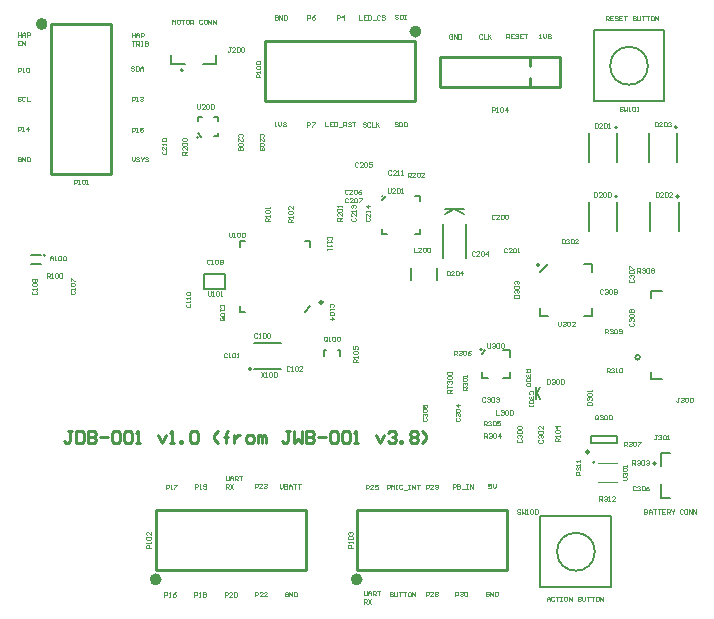
<source format=gto>
G04 Layer_Color=65535*
%FSLAX25Y25*%
%MOIN*%
G70*
G01*
G75*
%ADD54C,0.01000*%
%ADD55C,0.00700*%
%ADD57C,0.00800*%
%ADD59C,0.00600*%
%ADD60C,0.00400*%
%ADD69C,0.00500*%
%ADD70C,0.02000*%
%ADD71C,0.00492*%
%ADD72C,0.00394*%
%ADD73C,0.00984*%
%ADD74C,0.00787*%
D54*
X47400Y12400D02*
Y32400D01*
Y12400D02*
X97400D01*
Y32400D01*
X47400D02*
X97400D01*
X12400Y194500D02*
X32400D01*
X12400Y144500D02*
Y194500D01*
Y144500D02*
X32400D01*
Y194500D01*
X114400Y12400D02*
Y32400D01*
Y12400D02*
X164400D01*
Y32400D01*
X114400D02*
X164400D01*
X134000Y169000D02*
Y189000D01*
X84000D02*
X134000D01*
X84000Y169000D02*
Y189000D01*
Y169000D02*
X134000D01*
X142200Y173600D02*
Y183600D01*
Y173600D02*
X182200D01*
X142200Y183600D02*
X182200D01*
Y173600D02*
Y183600D01*
X172200Y180600D02*
Y183600D01*
Y173600D02*
Y176600D01*
X19466Y58699D02*
X18133D01*
X18799D01*
Y55366D01*
X18133Y54700D01*
X17467D01*
X16800Y55366D01*
X20799Y58699D02*
Y54700D01*
X22798D01*
X23464Y55366D01*
Y58032D01*
X22798Y58699D01*
X20799D01*
X24797D02*
Y54700D01*
X26797D01*
X27463Y55366D01*
Y56033D01*
X26797Y56699D01*
X24797D01*
X26797D01*
X27463Y57366D01*
Y58032D01*
X26797Y58699D01*
X24797D01*
X28796Y56699D02*
X31462D01*
X32795Y58032D02*
X33461Y58699D01*
X34794D01*
X35461Y58032D01*
Y55366D01*
X34794Y54700D01*
X33461D01*
X32795Y55366D01*
Y58032D01*
X36794D02*
X37460Y58699D01*
X38793D01*
X39459Y58032D01*
Y55366D01*
X38793Y54700D01*
X37460D01*
X36794Y55366D01*
Y58032D01*
X40792Y54700D02*
X42125D01*
X41459D01*
Y58699D01*
X40792Y58032D01*
X48123Y57366D02*
X49456Y54700D01*
X50789Y57366D01*
X52122Y54700D02*
X53455D01*
X52788D01*
Y58699D01*
X52122Y58032D01*
X55454Y54700D02*
Y55366D01*
X56121D01*
Y54700D01*
X55454D01*
X58786Y58032D02*
X59453Y58699D01*
X60786D01*
X61452Y58032D01*
Y55366D01*
X60786Y54700D01*
X59453D01*
X58786Y55366D01*
Y58032D01*
X68117Y54700D02*
X66784Y56033D01*
Y57366D01*
X68117Y58699D01*
X70783Y54700D02*
Y58032D01*
Y56699D01*
X70116D01*
X71449D01*
X70783D01*
Y58032D01*
X71449Y58699D01*
X73448Y57366D02*
Y54700D01*
Y56033D01*
X74115Y56699D01*
X74781Y57366D01*
X75448D01*
X78114Y54700D02*
X79447D01*
X80113Y55366D01*
Y56699D01*
X79447Y57366D01*
X78114D01*
X77447Y56699D01*
Y55366D01*
X78114Y54700D01*
X81446D02*
Y57366D01*
X82112D01*
X82779Y56699D01*
Y54700D01*
Y56699D01*
X83445Y57366D01*
X84112Y56699D01*
Y54700D01*
X92109Y58699D02*
X90776D01*
X91443D01*
Y55366D01*
X90776Y54700D01*
X90110D01*
X89443Y55366D01*
X93442Y58699D02*
Y54700D01*
X94775Y56033D01*
X96108Y54700D01*
Y58699D01*
X97441D02*
Y54700D01*
X99440D01*
X100107Y55366D01*
Y56033D01*
X99440Y56699D01*
X97441D01*
X99440D01*
X100107Y57366D01*
Y58032D01*
X99440Y58699D01*
X97441D01*
X101439Y56699D02*
X104105D01*
X105438Y58032D02*
X106105Y58699D01*
X107437D01*
X108104Y58032D01*
Y55366D01*
X107437Y54700D01*
X106105D01*
X105438Y55366D01*
Y58032D01*
X109437D02*
X110103Y58699D01*
X111436D01*
X112103Y58032D01*
Y55366D01*
X111436Y54700D01*
X110103D01*
X109437Y55366D01*
Y58032D01*
X113435Y54700D02*
X114768D01*
X114102D01*
Y58699D01*
X113435Y58032D01*
X120766Y57366D02*
X122099Y54700D01*
X123432Y57366D01*
X124765Y58032D02*
X125432Y58699D01*
X126765D01*
X127431Y58032D01*
Y57366D01*
X126765Y56699D01*
X126098D01*
X126765D01*
X127431Y56033D01*
Y55366D01*
X126765Y54700D01*
X125432D01*
X124765Y55366D01*
X128764Y54700D02*
Y55366D01*
X129430D01*
Y54700D01*
X128764D01*
X132096Y58032D02*
X132763Y58699D01*
X134096D01*
X134762Y58032D01*
Y57366D01*
X134096Y56699D01*
X134762Y56033D01*
Y55366D01*
X134096Y54700D01*
X132763D01*
X132096Y55366D01*
Y56033D01*
X132763Y56699D01*
X132096Y57366D01*
Y58032D01*
X132763Y56699D02*
X134096D01*
X136095Y54700D02*
X137428Y56033D01*
Y57366D01*
X136095Y58699D01*
D55*
X67600Y181100D02*
Y184100D01*
X63100Y181100D02*
X67600D01*
X52600D02*
X57100D01*
X52600D02*
Y184100D01*
X215800Y36573D02*
X218800D01*
X215800D02*
Y41073D01*
Y47073D02*
Y51573D01*
X218800D01*
D57*
X175539Y111877D02*
X178196Y114535D01*
D59*
X193802Y18600D02*
G03*
X193802Y18600I-6302J0D01*
G01*
X211502Y180600D02*
G03*
X211502Y180600I-6302J0D01*
G01*
X175689Y6789D02*
X199311D01*
X175689D02*
Y30411D01*
X199311D01*
Y6789D02*
Y30411D01*
X193389Y192411D02*
X217011D01*
Y168789D02*
Y192411D01*
X193389Y168789D02*
X217011D01*
X193389D02*
Y192411D01*
D60*
X70800Y43859D02*
Y42609D01*
X71050Y42359D01*
X71550D01*
X71800Y42609D01*
Y43859D01*
X72299Y42359D02*
Y43359D01*
X72799Y43859D01*
X73299Y43359D01*
Y42359D01*
Y43109D01*
X72299D01*
X73799Y42359D02*
Y43859D01*
X74549D01*
X74799Y43609D01*
Y43109D01*
X74549Y42859D01*
X73799D01*
X74299D02*
X74799Y42359D01*
X75299Y43859D02*
X76298D01*
X75798D01*
Y42359D01*
X70800Y39600D02*
Y41100D01*
X71550D01*
X71800Y40850D01*
Y40350D01*
X71550Y40100D01*
X70800D01*
X71300D02*
X71800Y39600D01*
X72299Y41100D02*
X73299Y39600D01*
Y41100D02*
X72299Y39600D01*
X39500Y191559D02*
Y190059D01*
Y190809D01*
X40500D01*
Y191559D01*
Y190059D01*
X40999D02*
Y191059D01*
X41499Y191559D01*
X41999Y191059D01*
Y190059D01*
Y190809D01*
X40999D01*
X42499Y190059D02*
Y191559D01*
X43249D01*
X43499Y191309D01*
Y190809D01*
X43249Y190559D01*
X42499D01*
X39500Y188800D02*
X40500D01*
X40000D01*
Y187300D01*
X40999D02*
Y188800D01*
X41749D01*
X41999Y188550D01*
Y188050D01*
X41749Y187800D01*
X40999D01*
X41499D02*
X41999Y187300D01*
X42499Y188800D02*
X42999D01*
X42749D01*
Y187300D01*
X42499D01*
X42999D01*
X44748Y188550D02*
X44498Y188800D01*
X43999D01*
X43749Y188550D01*
Y187550D01*
X43999Y187300D01*
X44498D01*
X44748Y187550D01*
Y188050D01*
X44249D01*
X1400Y191709D02*
Y190209D01*
Y190959D01*
X2400D01*
Y191709D01*
Y190209D01*
X2899D02*
Y191209D01*
X3399Y191709D01*
X3899Y191209D01*
Y190209D01*
Y190959D01*
X2899D01*
X4399Y190209D02*
Y191709D01*
X5149D01*
X5399Y191459D01*
Y190959D01*
X5149Y190709D01*
X4399D01*
X2400Y188950D02*
X1400D01*
Y187450D01*
X2400D01*
X1400Y188200D02*
X1900D01*
X2899Y187450D02*
Y188950D01*
X3899Y187450D01*
Y188950D01*
X116700Y5559D02*
Y4309D01*
X116950Y4059D01*
X117450D01*
X117700Y4309D01*
Y5559D01*
X118200Y4059D02*
Y5059D01*
X118699Y5559D01*
X119199Y5059D01*
Y4059D01*
Y4809D01*
X118200D01*
X119699Y4059D02*
Y5559D01*
X120449D01*
X120699Y5309D01*
Y4809D01*
X120449Y4559D01*
X119699D01*
X120199D02*
X120699Y4059D01*
X121199Y5559D02*
X122198D01*
X121698D01*
Y4059D01*
X116700Y1300D02*
Y2799D01*
X117450D01*
X117700Y2550D01*
Y2050D01*
X117450Y1800D01*
X116700D01*
X117200D02*
X117700Y1300D01*
X118200Y2799D02*
X119199Y1300D01*
Y2799D02*
X118200Y1300D01*
X64800Y105499D02*
Y104250D01*
X65050Y104000D01*
X65550D01*
X65800Y104250D01*
Y105499D01*
X66299Y104000D02*
X66799D01*
X66549D01*
Y105499D01*
X66299Y105250D01*
X67549D02*
X67799Y105499D01*
X68299D01*
X68549Y105250D01*
Y104250D01*
X68299Y104000D01*
X67799D01*
X67549Y104250D01*
Y105250D01*
X69049Y104000D02*
X69548D01*
X69299D01*
Y105499D01*
X69049Y105250D01*
X12200Y115700D02*
Y116700D01*
X12700Y117200D01*
X13200Y116700D01*
Y115700D01*
Y116450D01*
X12200D01*
X13700Y115700D02*
X14199D01*
X13949D01*
Y117200D01*
X13700Y116950D01*
X14949D02*
X15199Y117200D01*
X15699D01*
X15949Y116950D01*
Y115950D01*
X15699Y115700D01*
X15199D01*
X14949Y115950D01*
Y116950D01*
X16449D02*
X16699Y117200D01*
X17198D01*
X17448Y116950D01*
Y115950D01*
X17198Y115700D01*
X16699D01*
X16449Y115950D01*
Y116950D01*
X81300Y91150D02*
X81050Y91400D01*
X80550D01*
X80300Y91150D01*
Y90150D01*
X80550Y89900D01*
X81050D01*
X81300Y90150D01*
X81800Y89900D02*
X82299D01*
X82049D01*
Y91400D01*
X81800Y91150D01*
X83049D02*
X83299Y91400D01*
X83799D01*
X84049Y91150D01*
Y90150D01*
X83799Y89900D01*
X83299D01*
X83049Y90150D01*
Y91150D01*
X84549D02*
X84799Y91400D01*
X85298D01*
X85548Y91150D01*
Y90150D01*
X85298Y89900D01*
X84799D01*
X84549Y90150D01*
Y91150D01*
X71200Y84650D02*
X70950Y84899D01*
X70450D01*
X70200Y84650D01*
Y83650D01*
X70450Y83400D01*
X70950D01*
X71200Y83650D01*
X71700Y83400D02*
X72199D01*
X71949D01*
Y84899D01*
X71700Y84650D01*
X72949D02*
X73199Y84899D01*
X73699D01*
X73949Y84650D01*
Y83650D01*
X73699Y83400D01*
X73199D01*
X72949Y83650D01*
Y84650D01*
X74449Y83400D02*
X74949D01*
X74699D01*
Y84899D01*
X74449Y84650D01*
X92100Y80150D02*
X91850Y80400D01*
X91350D01*
X91100Y80150D01*
Y79150D01*
X91350Y78900D01*
X91850D01*
X92100Y79150D01*
X92599Y78900D02*
X93099D01*
X92849D01*
Y80400D01*
X92599Y80150D01*
X93849D02*
X94099Y80400D01*
X94599D01*
X94849Y80150D01*
Y79150D01*
X94599Y78900D01*
X94099D01*
X93849Y79150D01*
Y80150D01*
X96348Y78900D02*
X95349D01*
X96348Y79900D01*
Y80150D01*
X96098Y80400D01*
X95599D01*
X95349Y80150D01*
X106650Y100100D02*
X106899Y100350D01*
Y100850D01*
X106650Y101100D01*
X105650D01*
X105400Y100850D01*
Y100350D01*
X105650Y100100D01*
X105400Y99600D02*
Y99101D01*
Y99351D01*
X106899D01*
X106650Y99600D01*
Y98351D02*
X106899Y98101D01*
Y97601D01*
X106650Y97351D01*
X105650D01*
X105400Y97601D01*
Y98101D01*
X105650Y98351D01*
X106650D01*
X105400Y96102D02*
X106899D01*
X106150Y96851D01*
Y95852D01*
X70050Y100000D02*
X70300Y100250D01*
Y100750D01*
X70050Y101000D01*
X69050D01*
X68800Y100750D01*
Y100250D01*
X69050Y100000D01*
X68800Y99501D02*
Y99001D01*
Y99251D01*
X70300D01*
X70050Y99501D01*
Y98251D02*
X70300Y98001D01*
Y97501D01*
X70050Y97251D01*
X69050D01*
X68800Y97501D01*
Y98001D01*
X69050Y98251D01*
X70050D01*
X70300Y95752D02*
Y96751D01*
X69550D01*
X69800Y96251D01*
Y96002D01*
X69550Y95752D01*
X69050D01*
X68800Y96002D01*
Y96501D01*
X69050Y96751D01*
X19350Y105497D02*
X19101Y105247D01*
Y104748D01*
X19350Y104498D01*
X20350D01*
X20600Y104748D01*
Y105247D01*
X20350Y105497D01*
X20600Y105997D02*
Y106497D01*
Y106247D01*
X19101D01*
X19350Y105997D01*
Y107247D02*
X19101Y107497D01*
Y107996D01*
X19350Y108246D01*
X20350D01*
X20600Y107996D01*
Y107497D01*
X20350Y107247D01*
X19350D01*
X19101Y108746D02*
Y109746D01*
X19350D01*
X20350Y108746D01*
X20600D01*
X6550Y105397D02*
X6301Y105147D01*
Y104648D01*
X6550Y104398D01*
X7550D01*
X7800Y104648D01*
Y105147D01*
X7550Y105397D01*
X7800Y105897D02*
Y106397D01*
Y106147D01*
X6301D01*
X6550Y105897D01*
Y107147D02*
X6301Y107397D01*
Y107896D01*
X6550Y108146D01*
X7550D01*
X7800Y107896D01*
Y107397D01*
X7550Y107147D01*
X6550D01*
Y108646D02*
X6301Y108896D01*
Y109396D01*
X6550Y109646D01*
X6800D01*
X7050Y109396D01*
X7300Y109646D01*
X7550D01*
X7800Y109396D01*
Y108896D01*
X7550Y108646D01*
X7300D01*
X7050Y108896D01*
X6800Y108646D01*
X6550D01*
X7050Y108896D02*
Y109396D01*
X65500Y115750D02*
X65250Y115999D01*
X64750D01*
X64500Y115750D01*
Y114750D01*
X64750Y114500D01*
X65250D01*
X65500Y114750D01*
X66000Y114500D02*
X66499D01*
X66249D01*
Y115999D01*
X66000Y115750D01*
X67249D02*
X67499Y115999D01*
X67999D01*
X68249Y115750D01*
Y114750D01*
X67999Y114500D01*
X67499D01*
X67249Y114750D01*
Y115750D01*
X68749Y114750D02*
X68999Y114500D01*
X69498D01*
X69748Y114750D01*
Y115750D01*
X69498Y115999D01*
X68999D01*
X68749Y115750D01*
Y115500D01*
X68999Y115250D01*
X69748D01*
X57750Y101200D02*
X57500Y100950D01*
Y100450D01*
X57750Y100200D01*
X58750D01*
X59000Y100450D01*
Y100950D01*
X58750Y101200D01*
X59000Y101699D02*
Y102199D01*
Y101949D01*
X57500D01*
X57750Y101699D01*
X59000Y102949D02*
Y103449D01*
Y103199D01*
X57500D01*
X57750Y102949D01*
Y104199D02*
X57500Y104449D01*
Y104948D01*
X57750Y105198D01*
X58750D01*
X59000Y104948D01*
Y104449D01*
X58750Y104199D01*
X57750D01*
X105850Y122603D02*
X106099Y122853D01*
Y123352D01*
X105850Y123602D01*
X104850D01*
X104600Y123352D01*
Y122853D01*
X104850Y122603D01*
X104600Y122103D02*
Y121603D01*
Y121853D01*
X106099D01*
X105850Y122103D01*
X104600Y120853D02*
Y120353D01*
Y120603D01*
X106099D01*
X105850Y120853D01*
X104600Y119604D02*
Y119104D01*
Y119354D01*
X106099D01*
X105850Y119604D01*
X160400Y130750D02*
X160150Y131000D01*
X159650D01*
X159400Y130750D01*
Y129750D01*
X159650Y129500D01*
X160150D01*
X160400Y129750D01*
X161899Y129500D02*
X160899D01*
X161899Y130500D01*
Y130750D01*
X161649Y131000D01*
X161149D01*
X160899Y130750D01*
X162399D02*
X162649Y131000D01*
X163149D01*
X163399Y130750D01*
Y129750D01*
X163149Y129500D01*
X162649D01*
X162399Y129750D01*
Y130750D01*
X163899D02*
X164148Y131000D01*
X164648D01*
X164898Y130750D01*
Y129750D01*
X164648Y129500D01*
X164148D01*
X163899Y129750D01*
Y130750D01*
X164600Y119650D02*
X164350Y119899D01*
X163850D01*
X163600Y119650D01*
Y118650D01*
X163850Y118400D01*
X164350D01*
X164600Y118650D01*
X166099Y118400D02*
X165100D01*
X166099Y119400D01*
Y119650D01*
X165849Y119899D01*
X165349D01*
X165100Y119650D01*
X166599D02*
X166849Y119899D01*
X167349D01*
X167599Y119650D01*
Y118650D01*
X167349Y118400D01*
X166849D01*
X166599Y118650D01*
Y119650D01*
X168099Y118400D02*
X168598D01*
X168349D01*
Y119899D01*
X168099Y119650D01*
X153800Y118450D02*
X153550Y118700D01*
X153050D01*
X152800Y118450D01*
Y117450D01*
X153050Y117200D01*
X153550D01*
X153800Y117450D01*
X155299Y117200D02*
X154299D01*
X155299Y118200D01*
Y118450D01*
X155049Y118700D01*
X154549D01*
X154299Y118450D01*
X155799D02*
X156049Y118700D01*
X156549D01*
X156799Y118450D01*
Y117450D01*
X156549Y117200D01*
X156049D01*
X155799Y117450D01*
Y118450D01*
X158048Y117200D02*
Y118700D01*
X157299Y117950D01*
X158298D01*
X114878Y148234D02*
X114629Y148484D01*
X114129D01*
X113879Y148234D01*
Y147234D01*
X114129Y146984D01*
X114629D01*
X114878Y147234D01*
X116378Y146984D02*
X115378D01*
X116378Y147984D01*
Y148234D01*
X116128Y148484D01*
X115628D01*
X115378Y148234D01*
X116878D02*
X117128Y148484D01*
X117628D01*
X117877Y148234D01*
Y147234D01*
X117628Y146984D01*
X117128D01*
X116878Y147234D01*
Y148234D01*
X119377Y148484D02*
X118377D01*
Y147734D01*
X118877Y147984D01*
X119127D01*
X119377Y147734D01*
Y147234D01*
X119127Y146984D01*
X118627D01*
X118377Y147234D01*
X111478Y139034D02*
X111229Y139284D01*
X110729D01*
X110479Y139034D01*
Y138034D01*
X110729Y137784D01*
X111229D01*
X111478Y138034D01*
X112978Y137784D02*
X111978D01*
X112978Y138784D01*
Y139034D01*
X112728Y139284D01*
X112228D01*
X111978Y139034D01*
X113478D02*
X113728Y139284D01*
X114227D01*
X114478Y139034D01*
Y138034D01*
X114227Y137784D01*
X113728D01*
X113478Y138034D01*
Y139034D01*
X115977Y139284D02*
X115477Y139034D01*
X114977Y138534D01*
Y138034D01*
X115227Y137784D01*
X115727D01*
X115977Y138034D01*
Y138284D01*
X115727Y138534D01*
X114977D01*
X111578Y136334D02*
X111328Y136584D01*
X110829D01*
X110579Y136334D01*
Y135334D01*
X110829Y135084D01*
X111328D01*
X111578Y135334D01*
X113078Y135084D02*
X112078D01*
X113078Y136084D01*
Y136334D01*
X112828Y136584D01*
X112328D01*
X112078Y136334D01*
X113578D02*
X113828Y136584D01*
X114328D01*
X114577Y136334D01*
Y135334D01*
X114328Y135084D01*
X113828D01*
X113578Y135334D01*
Y136334D01*
X115077Y136584D02*
X116077D01*
Y136334D01*
X115077Y135334D01*
Y135084D01*
X76150Y156911D02*
X76399Y157161D01*
Y157661D01*
X76150Y157911D01*
X75150D01*
X74900Y157661D01*
Y157161D01*
X75150Y156911D01*
X74900Y155412D02*
Y156411D01*
X75900Y155412D01*
X76150D01*
X76399Y155662D01*
Y156161D01*
X76150Y156411D01*
Y154912D02*
X76399Y154662D01*
Y154162D01*
X76150Y153912D01*
X75150D01*
X74900Y154162D01*
Y154662D01*
X75150Y154912D01*
X76150D01*
Y153412D02*
X76399Y153163D01*
Y152663D01*
X76150Y152413D01*
X75900D01*
X75650Y152663D01*
X75400Y152413D01*
X75150D01*
X74900Y152663D01*
Y153163D01*
X75150Y153412D01*
X75400D01*
X75650Y153163D01*
X75900Y153412D01*
X76150D01*
X75650Y153163D02*
Y152663D01*
X83350Y156900D02*
X83600Y157150D01*
Y157650D01*
X83350Y157900D01*
X82350D01*
X82100Y157650D01*
Y157150D01*
X82350Y156900D01*
X82100Y155401D02*
Y156401D01*
X83100Y155401D01*
X83350D01*
X83600Y155651D01*
Y156151D01*
X83350Y156401D01*
Y154901D02*
X83600Y154651D01*
Y154151D01*
X83350Y153901D01*
X82350D01*
X82100Y154151D01*
Y154651D01*
X82350Y154901D01*
X83350D01*
X82350Y153401D02*
X82100Y153152D01*
Y152652D01*
X82350Y152402D01*
X83350D01*
X83600Y152652D01*
Y153152D01*
X83350Y153401D01*
X83100D01*
X82850Y153152D01*
Y152402D01*
X49750Y152100D02*
X49501Y151850D01*
Y151350D01*
X49750Y151100D01*
X50750D01*
X51000Y151350D01*
Y151850D01*
X50750Y152100D01*
X51000Y153599D02*
Y152600D01*
X50000Y153599D01*
X49750D01*
X49501Y153349D01*
Y152849D01*
X49750Y152600D01*
X51000Y154099D02*
Y154599D01*
Y154349D01*
X49501D01*
X49750Y154099D01*
Y155349D02*
X49501Y155599D01*
Y156098D01*
X49750Y156348D01*
X50750D01*
X51000Y156098D01*
Y155599D01*
X50750Y155349D01*
X49750D01*
X126000Y145450D02*
X125750Y145700D01*
X125250D01*
X125000Y145450D01*
Y144450D01*
X125250Y144200D01*
X125750D01*
X126000Y144450D01*
X127499Y144200D02*
X126499D01*
X127499Y145200D01*
Y145450D01*
X127249Y145700D01*
X126749D01*
X126499Y145450D01*
X127999Y144200D02*
X128499D01*
X128249D01*
Y145700D01*
X127999Y145450D01*
X129249Y144200D02*
X129748D01*
X129499D01*
Y145700D01*
X129249Y145450D01*
X112829Y129884D02*
X112579Y129634D01*
Y129134D01*
X112829Y128884D01*
X113829D01*
X114079Y129134D01*
Y129634D01*
X113829Y129884D01*
X114079Y131383D02*
Y130384D01*
X113079Y131383D01*
X112829D01*
X112579Y131133D01*
Y130634D01*
X112829Y130384D01*
X114079Y131883D02*
Y132383D01*
Y132133D01*
X112579D01*
X112829Y131883D01*
Y133133D02*
X112579Y133383D01*
Y133883D01*
X112829Y134133D01*
X113079D01*
X113329Y133883D01*
Y133633D01*
Y133883D01*
X113579Y134133D01*
X113829D01*
X114079Y133883D01*
Y133383D01*
X113829Y133133D01*
X117629Y129784D02*
X117379Y129534D01*
Y129034D01*
X117629Y128784D01*
X118629D01*
X118879Y129034D01*
Y129534D01*
X118629Y129784D01*
X118879Y131283D02*
Y130284D01*
X117879Y131283D01*
X117629D01*
X117379Y131034D01*
Y130534D01*
X117629Y130284D01*
X118879Y131783D02*
Y132283D01*
Y132033D01*
X117379D01*
X117629Y131783D01*
X118879Y133783D02*
X117379D01*
X118129Y133033D01*
Y134033D01*
X168250Y56073D02*
X168000Y55823D01*
Y55323D01*
X168250Y55073D01*
X169250D01*
X169500Y55323D01*
Y55823D01*
X169250Y56073D01*
X168250Y56573D02*
X168000Y56823D01*
Y57323D01*
X168250Y57572D01*
X168500D01*
X168750Y57323D01*
Y57073D01*
Y57323D01*
X169000Y57572D01*
X169250D01*
X169500Y57323D01*
Y56823D01*
X169250Y56573D01*
X168250Y58072D02*
X168000Y58322D01*
Y58822D01*
X168250Y59072D01*
X169250D01*
X169500Y58822D01*
Y58322D01*
X169250Y58072D01*
X168250D01*
Y59572D02*
X168000Y59822D01*
Y60322D01*
X168250Y60571D01*
X169250D01*
X169500Y60322D01*
Y59822D01*
X169250Y59572D01*
X168250D01*
X173050Y71023D02*
X173300Y71273D01*
Y71773D01*
X173050Y72023D01*
X172050D01*
X171800Y71773D01*
Y71273D01*
X172050Y71023D01*
X173050Y70523D02*
X173300Y70273D01*
Y69774D01*
X173050Y69524D01*
X172800D01*
X172550Y69774D01*
Y70024D01*
Y69774D01*
X172300Y69524D01*
X172050D01*
X171800Y69774D01*
Y70273D01*
X172050Y70523D01*
X173050Y69024D02*
X173300Y68774D01*
Y68274D01*
X173050Y68024D01*
X172050D01*
X171800Y68274D01*
Y68774D01*
X172050Y69024D01*
X173050D01*
X171800Y67524D02*
Y67024D01*
Y67274D01*
X173300D01*
X173050Y67524D01*
X175250Y55973D02*
X175001Y55723D01*
Y55223D01*
X175250Y54973D01*
X176250D01*
X176500Y55223D01*
Y55723D01*
X176250Y55973D01*
X175250Y56473D02*
X175001Y56723D01*
Y57222D01*
X175250Y57472D01*
X175500D01*
X175750Y57222D01*
Y56973D01*
Y57222D01*
X176000Y57472D01*
X176250D01*
X176500Y57222D01*
Y56723D01*
X176250Y56473D01*
X175250Y57972D02*
X175001Y58222D01*
Y58722D01*
X175250Y58972D01*
X176250D01*
X176500Y58722D01*
Y58222D01*
X176250Y57972D01*
X175250D01*
X176500Y60471D02*
Y59472D01*
X175500Y60471D01*
X175250D01*
X175001Y60222D01*
Y59722D01*
X175250Y59472D01*
X157300Y69872D02*
X157050Y70122D01*
X156550D01*
X156300Y69872D01*
Y68873D01*
X156550Y68623D01*
X157050D01*
X157300Y68873D01*
X157799Y69872D02*
X158049Y70122D01*
X158549D01*
X158799Y69872D01*
Y69622D01*
X158549Y69373D01*
X158299D01*
X158549D01*
X158799Y69123D01*
Y68873D01*
X158549Y68623D01*
X158049D01*
X157799Y68873D01*
X159299Y69872D02*
X159549Y70122D01*
X160049D01*
X160299Y69872D01*
Y68873D01*
X160049Y68623D01*
X159549D01*
X159299Y68873D01*
Y69872D01*
X160799D02*
X161048Y70122D01*
X161548D01*
X161798Y69872D01*
Y69622D01*
X161548Y69373D01*
X161298D01*
X161548D01*
X161798Y69123D01*
Y68873D01*
X161548Y68623D01*
X161048D01*
X160799Y68873D01*
X147650Y63222D02*
X147400Y62973D01*
Y62473D01*
X147650Y62223D01*
X148650D01*
X148900Y62473D01*
Y62973D01*
X148650Y63222D01*
X147650Y63722D02*
X147400Y63972D01*
Y64472D01*
X147650Y64722D01*
X147900D01*
X148150Y64472D01*
Y64222D01*
Y64472D01*
X148400Y64722D01*
X148650D01*
X148900Y64472D01*
Y63972D01*
X148650Y63722D01*
X147650Y65222D02*
X147400Y65472D01*
Y65972D01*
X147650Y66222D01*
X148650D01*
X148900Y65972D01*
Y65472D01*
X148650Y65222D01*
X147650D01*
X148900Y67471D02*
X147400D01*
X148150Y66721D01*
Y67721D01*
X136650Y63122D02*
X136400Y62873D01*
Y62373D01*
X136650Y62123D01*
X137650D01*
X137900Y62373D01*
Y62873D01*
X137650Y63122D01*
X136650Y63622D02*
X136400Y63872D01*
Y64372D01*
X136650Y64622D01*
X136900D01*
X137150Y64372D01*
Y64122D01*
Y64372D01*
X137400Y64622D01*
X137650D01*
X137900Y64372D01*
Y63872D01*
X137650Y63622D01*
X136650Y65122D02*
X136400Y65372D01*
Y65872D01*
X136650Y66122D01*
X137650D01*
X137900Y65872D01*
Y65372D01*
X137650Y65122D01*
X136650D01*
X136400Y67621D02*
Y66621D01*
X137150D01*
X136900Y67121D01*
Y67371D01*
X137150Y67621D01*
X137650D01*
X137900Y67371D01*
Y66871D01*
X137650Y66621D01*
X207400Y40323D02*
X207150Y40573D01*
X206650D01*
X206400Y40323D01*
Y39323D01*
X206650Y39073D01*
X207150D01*
X207400Y39323D01*
X207899Y40323D02*
X208149Y40573D01*
X208649D01*
X208899Y40323D01*
Y40073D01*
X208649Y39823D01*
X208399D01*
X208649D01*
X208899Y39573D01*
Y39323D01*
X208649Y39073D01*
X208149D01*
X207899Y39323D01*
X209399Y40323D02*
X209649Y40573D01*
X210149D01*
X210399Y40323D01*
Y39323D01*
X210149Y39073D01*
X209649D01*
X209399Y39323D01*
Y40323D01*
X211898Y40573D02*
X211398Y40323D01*
X210899Y39823D01*
Y39323D01*
X211149Y39073D01*
X211648D01*
X211898Y39323D01*
Y39573D01*
X211648Y39823D01*
X210899D01*
X205450Y109373D02*
X205201Y109123D01*
Y108623D01*
X205450Y108373D01*
X206450D01*
X206700Y108623D01*
Y109123D01*
X206450Y109373D01*
X205450Y109873D02*
X205201Y110123D01*
Y110623D01*
X205450Y110872D01*
X205700D01*
X205950Y110623D01*
Y110373D01*
Y110623D01*
X206200Y110872D01*
X206450D01*
X206700Y110623D01*
Y110123D01*
X206450Y109873D01*
X205450Y111372D02*
X205201Y111622D01*
Y112122D01*
X205450Y112372D01*
X206450D01*
X206700Y112122D01*
Y111622D01*
X206450Y111372D01*
X205450D01*
X205201Y112872D02*
Y113872D01*
X205450D01*
X206450Y112872D01*
X206700D01*
X205450Y94873D02*
X205201Y94623D01*
Y94123D01*
X205450Y93873D01*
X206450D01*
X206700Y94123D01*
Y94623D01*
X206450Y94873D01*
X205450Y95373D02*
X205201Y95623D01*
Y96122D01*
X205450Y96372D01*
X205700D01*
X205950Y96122D01*
Y95873D01*
Y96122D01*
X206200Y96372D01*
X206450D01*
X206700Y96122D01*
Y95623D01*
X206450Y95373D01*
X205450Y96872D02*
X205201Y97122D01*
Y97622D01*
X205450Y97872D01*
X206450D01*
X206700Y97622D01*
Y97122D01*
X206450Y96872D01*
X205450D01*
Y98372D02*
X205201Y98622D01*
Y99122D01*
X205450Y99371D01*
X205700D01*
X205950Y99122D01*
X206200Y99371D01*
X206450D01*
X206700Y99122D01*
Y98622D01*
X206450Y98372D01*
X206200D01*
X205950Y98622D01*
X205700Y98372D01*
X205450D01*
X205950Y98622D02*
Y99122D01*
X196600Y105823D02*
X196350Y106073D01*
X195850D01*
X195600Y105823D01*
Y104823D01*
X195850Y104573D01*
X196350D01*
X196600Y104823D01*
X197099Y105823D02*
X197350Y106073D01*
X197849D01*
X198099Y105823D01*
Y105573D01*
X197849Y105323D01*
X197599D01*
X197849D01*
X198099Y105073D01*
Y104823D01*
X197849Y104573D01*
X197350D01*
X197099Y104823D01*
X198599Y105823D02*
X198849Y106073D01*
X199349D01*
X199599Y105823D01*
Y104823D01*
X199349Y104573D01*
X198849D01*
X198599Y104823D01*
Y105823D01*
X200099Y104823D02*
X200348Y104573D01*
X200848D01*
X201098Y104823D01*
Y105823D01*
X200848Y106073D01*
X200348D01*
X200099Y105823D01*
Y105573D01*
X200348Y105323D01*
X201098D01*
X193600Y138499D02*
Y137000D01*
X194350D01*
X194600Y137250D01*
Y138250D01*
X194350Y138499D01*
X193600D01*
X196099Y137000D02*
X195099D01*
X196099Y138000D01*
Y138250D01*
X195849Y138499D01*
X195349D01*
X195099Y138250D01*
X196599D02*
X196849Y138499D01*
X197349D01*
X197599Y138250D01*
Y137250D01*
X197349Y137000D01*
X196849D01*
X196599Y137250D01*
Y138250D01*
X198099D02*
X198348Y138499D01*
X198848D01*
X199098Y138250D01*
Y137250D01*
X198848Y137000D01*
X198348D01*
X198099Y137250D01*
Y138250D01*
X193700Y161399D02*
Y159900D01*
X194450D01*
X194700Y160150D01*
Y161150D01*
X194450Y161399D01*
X193700D01*
X196199Y159900D02*
X195200D01*
X196199Y160900D01*
Y161150D01*
X195949Y161399D01*
X195449D01*
X195200Y161150D01*
X196699D02*
X196949Y161399D01*
X197449D01*
X197699Y161150D01*
Y160150D01*
X197449Y159900D01*
X196949D01*
X196699Y160150D01*
Y161150D01*
X198199Y159900D02*
X198698D01*
X198449D01*
Y161399D01*
X198199Y161150D01*
X214100Y138499D02*
Y137000D01*
X214850D01*
X215100Y137250D01*
Y138250D01*
X214850Y138499D01*
X214100D01*
X216599Y137000D02*
X215599D01*
X216599Y138000D01*
Y138250D01*
X216349Y138499D01*
X215849D01*
X215599Y138250D01*
X217099D02*
X217349Y138499D01*
X217849D01*
X218099Y138250D01*
Y137250D01*
X217849Y137000D01*
X217349D01*
X217099Y137250D01*
Y138250D01*
X219598Y137000D02*
X218599D01*
X219598Y138000D01*
Y138250D01*
X219348Y138499D01*
X218848D01*
X218599Y138250D01*
X213700Y161899D02*
Y160400D01*
X214450D01*
X214700Y160650D01*
Y161650D01*
X214450Y161899D01*
X213700D01*
X216199Y160400D02*
X215199D01*
X216199Y161400D01*
Y161650D01*
X215949Y161899D01*
X215449D01*
X215199Y161650D01*
X216699D02*
X216949Y161899D01*
X217449D01*
X217699Y161650D01*
Y160650D01*
X217449Y160400D01*
X216949D01*
X216699Y160650D01*
Y161650D01*
X218199D02*
X218448Y161899D01*
X218948D01*
X219198Y161650D01*
Y161400D01*
X218948Y161150D01*
X218698D01*
X218948D01*
X219198Y160900D01*
Y160650D01*
X218948Y160400D01*
X218448D01*
X218199Y160650D01*
X144379Y112184D02*
Y110684D01*
X145129D01*
X145378Y110934D01*
Y111934D01*
X145129Y112184D01*
X144379D01*
X146878Y110684D02*
X145878D01*
X146878Y111684D01*
Y111934D01*
X146628Y112184D01*
X146128D01*
X145878Y111934D01*
X147378D02*
X147628Y112184D01*
X148127D01*
X148378Y111934D01*
Y110934D01*
X148127Y110684D01*
X147628D01*
X147378Y110934D01*
Y111934D01*
X149627Y110684D02*
Y112184D01*
X148877Y111434D01*
X149877D01*
X177900Y76022D02*
Y74523D01*
X178650D01*
X178900Y74773D01*
Y75772D01*
X178650Y76022D01*
X177900D01*
X179400Y75772D02*
X179649Y76022D01*
X180149D01*
X180399Y75772D01*
Y75523D01*
X180149Y75273D01*
X179899D01*
X180149D01*
X180399Y75023D01*
Y74773D01*
X180149Y74523D01*
X179649D01*
X179400Y74773D01*
X180899Y75772D02*
X181149Y76022D01*
X181649D01*
X181899Y75772D01*
Y74773D01*
X181649Y74523D01*
X181149D01*
X180899Y74773D01*
Y75772D01*
X182399D02*
X182649Y76022D01*
X183148D01*
X183398Y75772D01*
Y74773D01*
X183148Y74523D01*
X182649D01*
X182399Y74773D01*
Y75772D01*
X191200Y67523D02*
X192700D01*
Y68273D01*
X192450Y68523D01*
X191450D01*
X191200Y68273D01*
Y67523D01*
X191450Y69022D02*
X191200Y69272D01*
Y69772D01*
X191450Y70022D01*
X191700D01*
X191950Y69772D01*
Y69522D01*
Y69772D01*
X192200Y70022D01*
X192450D01*
X192700Y69772D01*
Y69272D01*
X192450Y69022D01*
X191450Y70522D02*
X191200Y70772D01*
Y71272D01*
X191450Y71522D01*
X192450D01*
X192700Y71272D01*
Y70772D01*
X192450Y70522D01*
X191450D01*
X192700Y72021D02*
Y72521D01*
Y72271D01*
X191200D01*
X191450Y72021D01*
X182700Y122873D02*
Y121373D01*
X183450D01*
X183700Y121623D01*
Y122623D01*
X183450Y122873D01*
X182700D01*
X184200Y122623D02*
X184450Y122873D01*
X184949D01*
X185199Y122623D01*
Y122373D01*
X184949Y122123D01*
X184699D01*
X184949D01*
X185199Y121873D01*
Y121623D01*
X184949Y121373D01*
X184450D01*
X184200Y121623D01*
X185699Y122623D02*
X185949Y122873D01*
X186449D01*
X186699Y122623D01*
Y121623D01*
X186449Y121373D01*
X185949D01*
X185699Y121623D01*
Y122623D01*
X188198Y121373D02*
X187199D01*
X188198Y122373D01*
Y122623D01*
X187948Y122873D01*
X187449D01*
X187199Y122623D01*
X167000Y103273D02*
X168500D01*
Y104023D01*
X168250Y104273D01*
X167250D01*
X167000Y104023D01*
Y103273D01*
X167250Y104773D02*
X167000Y105023D01*
Y105523D01*
X167250Y105772D01*
X167500D01*
X167750Y105523D01*
Y105273D01*
Y105523D01*
X168000Y105772D01*
X168250D01*
X168500Y105523D01*
Y105023D01*
X168250Y104773D01*
X167250Y106272D02*
X167000Y106522D01*
Y107022D01*
X167250Y107272D01*
X168250D01*
X168500Y107022D01*
Y106522D01*
X168250Y106272D01*
X167250D01*
Y107772D02*
X167000Y108022D01*
Y108522D01*
X167250Y108772D01*
X167500D01*
X167750Y108522D01*
Y108272D01*
Y108522D01*
X168000Y108772D01*
X168250D01*
X168500Y108522D01*
Y108022D01*
X168250Y107772D01*
X72400Y186800D02*
X71900D01*
X72150D01*
Y185550D01*
X71900Y185300D01*
X71650D01*
X71400Y185550D01*
X73899Y185300D02*
X72900D01*
X73899Y186300D01*
Y186550D01*
X73649Y186800D01*
X73149D01*
X72900Y186550D01*
X74399D02*
X74649Y186800D01*
X75149D01*
X75399Y186550D01*
Y185550D01*
X75149Y185300D01*
X74649D01*
X74399Y185550D01*
Y186550D01*
X75899D02*
X76148Y186800D01*
X76648D01*
X76898Y186550D01*
Y185550D01*
X76648Y185300D01*
X76148D01*
X75899Y185550D01*
Y186550D01*
X221900Y69973D02*
X221400D01*
X221650D01*
Y68723D01*
X221400Y68473D01*
X221150D01*
X220900Y68723D01*
X222399Y69723D02*
X222649Y69973D01*
X223149D01*
X223399Y69723D01*
Y69473D01*
X223149Y69223D01*
X222899D01*
X223149D01*
X223399Y68973D01*
Y68723D01*
X223149Y68473D01*
X222649D01*
X222399Y68723D01*
X223899Y69723D02*
X224149Y69973D01*
X224649D01*
X224899Y69723D01*
Y68723D01*
X224649Y68473D01*
X224149D01*
X223899Y68723D01*
Y69723D01*
X225399D02*
X225648Y69973D01*
X226148D01*
X226398Y69723D01*
Y68723D01*
X226148Y68473D01*
X225648D01*
X225399Y68723D01*
Y69723D01*
X214500Y57573D02*
X214000D01*
X214250D01*
Y56323D01*
X214000Y56073D01*
X213750D01*
X213500Y56323D01*
X215000Y57323D02*
X215249Y57573D01*
X215749D01*
X215999Y57323D01*
Y57073D01*
X215749Y56823D01*
X215499D01*
X215749D01*
X215999Y56573D01*
Y56323D01*
X215749Y56073D01*
X215249D01*
X215000Y56323D01*
X216499Y57323D02*
X216749Y57573D01*
X217249D01*
X217499Y57323D01*
Y56323D01*
X217249Y56073D01*
X216749D01*
X216499Y56323D01*
Y57323D01*
X217999Y56073D02*
X218498D01*
X218249D01*
Y57573D01*
X217999Y57323D01*
X133479Y119984D02*
Y118484D01*
X134478D01*
X135978D02*
X134978D01*
X135978Y119484D01*
Y119734D01*
X135728Y119984D01*
X135228D01*
X134978Y119734D01*
X136478D02*
X136728Y119984D01*
X137227D01*
X137478Y119734D01*
Y118734D01*
X137227Y118484D01*
X136728D01*
X136478Y118734D01*
Y119734D01*
X137977D02*
X138227Y119984D01*
X138727D01*
X138977Y119734D01*
Y118734D01*
X138727Y118484D01*
X138227D01*
X137977Y118734D01*
Y119734D01*
X160900Y65822D02*
Y64323D01*
X161900D01*
X162399Y65572D02*
X162650Y65822D01*
X163149D01*
X163399Y65572D01*
Y65323D01*
X163149Y65073D01*
X162899D01*
X163149D01*
X163399Y64823D01*
Y64573D01*
X163149Y64323D01*
X162650D01*
X162399Y64573D01*
X163899Y65572D02*
X164149Y65822D01*
X164649D01*
X164899Y65572D01*
Y64573D01*
X164649Y64323D01*
X164149D01*
X163899Y64573D01*
Y65572D01*
X165399D02*
X165648Y65822D01*
X166148D01*
X166398Y65572D01*
Y64573D01*
X166148Y64323D01*
X165648D01*
X165399Y64573D01*
Y65572D01*
X82300Y176800D02*
X80800D01*
Y177550D01*
X81050Y177800D01*
X81550D01*
X81800Y177550D01*
Y176800D01*
X82300Y178299D02*
Y178799D01*
Y178549D01*
X80800D01*
X81050Y178299D01*
Y179549D02*
X80800Y179799D01*
Y180299D01*
X81050Y180549D01*
X82050D01*
X82300Y180299D01*
Y179799D01*
X82050Y179549D01*
X81050D01*
Y181049D02*
X80800Y181299D01*
Y181798D01*
X81050Y182048D01*
X82050D01*
X82300Y181798D01*
Y181299D01*
X82050Y181049D01*
X81050D01*
X20100Y141100D02*
Y142599D01*
X20850D01*
X21100Y142350D01*
Y141850D01*
X20850Y141600D01*
X20100D01*
X21599Y141100D02*
X22099D01*
X21849D01*
Y142599D01*
X21599Y142350D01*
X22849D02*
X23099Y142599D01*
X23599D01*
X23849Y142350D01*
Y141350D01*
X23599Y141100D01*
X23099D01*
X22849Y141350D01*
Y142350D01*
X24349Y141100D02*
X24848D01*
X24599D01*
Y142599D01*
X24349Y142350D01*
X45800Y19900D02*
X44300D01*
Y20650D01*
X44550Y20900D01*
X45050D01*
X45300Y20650D01*
Y19900D01*
X45800Y21399D02*
Y21899D01*
Y21649D01*
X44300D01*
X44550Y21399D01*
Y22649D02*
X44300Y22899D01*
Y23399D01*
X44550Y23649D01*
X45550D01*
X45800Y23399D01*
Y22899D01*
X45550Y22649D01*
X44550D01*
X45800Y25148D02*
Y24149D01*
X44800Y25148D01*
X44550D01*
X44300Y24898D01*
Y24399D01*
X44550Y24149D01*
X113100Y20000D02*
X111600D01*
Y20750D01*
X111850Y21000D01*
X112350D01*
X112600Y20750D01*
Y20000D01*
X113100Y21499D02*
Y21999D01*
Y21749D01*
X111600D01*
X111850Y21499D01*
Y22749D02*
X111600Y22999D01*
Y23499D01*
X111850Y23749D01*
X112850D01*
X113100Y23499D01*
Y22999D01*
X112850Y22749D01*
X111850D01*
Y24249D02*
X111600Y24499D01*
Y24998D01*
X111850Y25248D01*
X112100D01*
X112350Y24998D01*
Y24748D01*
Y24998D01*
X112600Y25248D01*
X112850D01*
X113100Y24998D01*
Y24499D01*
X112850Y24249D01*
X159500Y165200D02*
Y166700D01*
X160250D01*
X160500Y166450D01*
Y165950D01*
X160250Y165700D01*
X159500D01*
X161000Y165200D02*
X161499D01*
X161249D01*
Y166700D01*
X161000Y166450D01*
X162249D02*
X162499Y166700D01*
X162999D01*
X163249Y166450D01*
Y165450D01*
X162999Y165200D01*
X162499D01*
X162249Y165450D01*
Y166450D01*
X164498Y165200D02*
Y166700D01*
X163749Y165950D01*
X164748D01*
X104600Y89050D02*
Y90050D01*
X104350Y90299D01*
X103850D01*
X103600Y90050D01*
Y89050D01*
X103850Y88800D01*
X104350D01*
X104100Y89300D02*
X104600Y88800D01*
X104350D02*
X104600Y89050D01*
X105099Y88800D02*
X105599D01*
X105349D01*
Y90299D01*
X105099Y90050D01*
X106349D02*
X106599Y90299D01*
X107099D01*
X107349Y90050D01*
Y89050D01*
X107099Y88800D01*
X106599D01*
X106349Y89050D01*
Y90050D01*
X107849D02*
X108099Y90299D01*
X108598D01*
X108848Y90050D01*
Y89050D01*
X108598Y88800D01*
X108099D01*
X107849Y89050D01*
Y90050D01*
X194900Y62950D02*
Y63950D01*
X194650Y64200D01*
X194150D01*
X193900Y63950D01*
Y62950D01*
X194150Y62700D01*
X194650D01*
X194400Y63200D02*
X194900Y62700D01*
X194650D02*
X194900Y62950D01*
X195399Y63950D02*
X195649Y64200D01*
X196149D01*
X196399Y63950D01*
Y63700D01*
X196149Y63450D01*
X195899D01*
X196149D01*
X196399Y63200D01*
Y62950D01*
X196149Y62700D01*
X195649D01*
X195399Y62950D01*
X196899Y63950D02*
X197149Y64200D01*
X197649D01*
X197899Y63950D01*
Y62950D01*
X197649Y62700D01*
X197149D01*
X196899Y62950D01*
Y63950D01*
X198399D02*
X198649Y64200D01*
X199148D01*
X199398Y63950D01*
Y62950D01*
X199148Y62700D01*
X198649D01*
X198399Y62950D01*
Y63950D01*
X11100Y109900D02*
Y111399D01*
X11850D01*
X12100Y111150D01*
Y110650D01*
X11850Y110400D01*
X11100D01*
X11600D02*
X12100Y109900D01*
X12599D02*
X13099D01*
X12849D01*
Y111399D01*
X12599Y111150D01*
X13849D02*
X14099Y111399D01*
X14599D01*
X14849Y111150D01*
Y110150D01*
X14599Y109900D01*
X14099D01*
X13849Y110150D01*
Y111150D01*
X15349D02*
X15599Y111399D01*
X16098D01*
X16348Y111150D01*
Y110150D01*
X16098Y109900D01*
X15599D01*
X15349Y110150D01*
Y111150D01*
X85400Y128800D02*
X83900D01*
Y129550D01*
X84150Y129800D01*
X84650D01*
X84900Y129550D01*
Y128800D01*
Y129300D02*
X85400Y129800D01*
Y130299D02*
Y130799D01*
Y130549D01*
X83900D01*
X84150Y130299D01*
Y131549D02*
X83900Y131799D01*
Y132299D01*
X84150Y132549D01*
X85150D01*
X85400Y132299D01*
Y131799D01*
X85150Y131549D01*
X84150D01*
X85400Y133049D02*
Y133548D01*
Y133299D01*
X83900D01*
X84150Y133049D01*
X93100Y128500D02*
X91601D01*
Y129250D01*
X91850Y129500D01*
X92350D01*
X92600Y129250D01*
Y128500D01*
Y129000D02*
X93100Y129500D01*
Y129999D02*
Y130499D01*
Y130249D01*
X91601D01*
X91850Y129999D01*
Y131249D02*
X91601Y131499D01*
Y131999D01*
X91850Y132249D01*
X92850D01*
X93100Y131999D01*
Y131499D01*
X92850Y131249D01*
X91850D01*
X93100Y133748D02*
Y132749D01*
X92100Y133748D01*
X91850D01*
X91601Y133498D01*
Y132999D01*
X91850Y132749D01*
X182100Y55400D02*
X180601D01*
Y56150D01*
X180850Y56400D01*
X181350D01*
X181600Y56150D01*
Y55400D01*
Y55900D02*
X182100Y56400D01*
Y56899D02*
Y57399D01*
Y57149D01*
X180601D01*
X180850Y56899D01*
Y58149D02*
X180601Y58399D01*
Y58899D01*
X180850Y59149D01*
X181850D01*
X182100Y58899D01*
Y58399D01*
X181850Y58149D01*
X180850D01*
X182100Y60398D02*
X180601D01*
X181350Y59649D01*
Y60648D01*
X114700Y81800D02*
X113200D01*
Y82550D01*
X113450Y82800D01*
X113950D01*
X114200Y82550D01*
Y81800D01*
Y82300D02*
X114700Y82800D01*
Y83299D02*
Y83799D01*
Y83549D01*
X113200D01*
X113450Y83299D01*
Y84549D02*
X113200Y84799D01*
Y85299D01*
X113450Y85549D01*
X114450D01*
X114700Y85299D01*
Y84799D01*
X114450Y84549D01*
X113450D01*
X113200Y87048D02*
Y86049D01*
X113950D01*
X113700Y86549D01*
Y86798D01*
X113950Y87048D01*
X114450D01*
X114700Y86798D01*
Y86299D01*
X114450Y86049D01*
X57700Y151000D02*
X56200D01*
Y151750D01*
X56450Y152000D01*
X56950D01*
X57200Y151750D01*
Y151000D01*
Y151500D02*
X57700Y152000D01*
Y153499D02*
Y152499D01*
X56700Y153499D01*
X56450D01*
X56200Y153249D01*
Y152749D01*
X56450Y152499D01*
Y153999D02*
X56200Y154249D01*
Y154749D01*
X56450Y154999D01*
X57450D01*
X57700Y154749D01*
Y154249D01*
X57450Y153999D01*
X56450D01*
Y155499D02*
X56200Y155748D01*
Y156248D01*
X56450Y156498D01*
X57450D01*
X57700Y156248D01*
Y155748D01*
X57450Y155499D01*
X56450D01*
X109379Y128984D02*
X107879D01*
Y129734D01*
X108129Y129984D01*
X108629D01*
X108879Y129734D01*
Y128984D01*
Y129484D02*
X109379Y129984D01*
Y131483D02*
Y130484D01*
X108379Y131483D01*
X108129D01*
X107879Y131234D01*
Y130734D01*
X108129Y130484D01*
Y131983D02*
X107879Y132233D01*
Y132733D01*
X108129Y132983D01*
X109129D01*
X109379Y132733D01*
Y132233D01*
X109129Y131983D01*
X108129D01*
X109379Y133483D02*
Y133983D01*
Y133733D01*
X107879D01*
X108129Y133483D01*
X131500Y143500D02*
Y145000D01*
X132250D01*
X132500Y144750D01*
Y144250D01*
X132250Y144000D01*
X131500D01*
X132000D02*
X132500Y143500D01*
X133999D02*
X133000D01*
X133999Y144500D01*
Y144750D01*
X133749Y145000D01*
X133249D01*
X133000Y144750D01*
X134499D02*
X134749Y145000D01*
X135249D01*
X135499Y144750D01*
Y143750D01*
X135249Y143500D01*
X134749D01*
X134499Y143750D01*
Y144750D01*
X136998Y143500D02*
X135999D01*
X136998Y144500D01*
Y144750D01*
X136748Y145000D01*
X136249D01*
X135999Y144750D01*
X170800Y79423D02*
X172300D01*
Y78673D01*
X172050Y78423D01*
X171550D01*
X171300Y78673D01*
Y79423D01*
Y78923D02*
X170800Y78423D01*
X172050Y77923D02*
X172300Y77673D01*
Y77174D01*
X172050Y76924D01*
X171800D01*
X171550Y77174D01*
Y77424D01*
Y77174D01*
X171300Y76924D01*
X171050D01*
X170800Y77174D01*
Y77673D01*
X171050Y77923D01*
X172050Y76424D02*
X172300Y76174D01*
Y75674D01*
X172050Y75424D01*
X171050D01*
X170800Y75674D01*
Y76174D01*
X171050Y76424D01*
X172050D01*
Y74924D02*
X172300Y74674D01*
Y74174D01*
X172050Y73925D01*
X171050D01*
X170800Y74174D01*
Y74674D01*
X171050Y74924D01*
X172050D01*
X151200Y72442D02*
X149700D01*
Y73191D01*
X149950Y73441D01*
X150450D01*
X150700Y73191D01*
Y72442D01*
Y72942D02*
X151200Y73441D01*
X149950Y73941D02*
X149700Y74191D01*
Y74691D01*
X149950Y74941D01*
X150200D01*
X150450Y74691D01*
Y74441D01*
Y74691D01*
X150700Y74941D01*
X150950D01*
X151200Y74691D01*
Y74191D01*
X150950Y73941D01*
X149950Y75441D02*
X149700Y75691D01*
Y76191D01*
X149950Y76441D01*
X150950D01*
X151200Y76191D01*
Y75691D01*
X150950Y75441D01*
X149950D01*
X151200Y76940D02*
Y77440D01*
Y77190D01*
X149700D01*
X149950Y76940D01*
X206300Y47573D02*
Y49073D01*
X207050D01*
X207300Y48823D01*
Y48323D01*
X207050Y48073D01*
X206300D01*
X206800D02*
X207300Y47573D01*
X207800Y48823D02*
X208049Y49073D01*
X208549D01*
X208799Y48823D01*
Y48573D01*
X208549Y48323D01*
X208299D01*
X208549D01*
X208799Y48073D01*
Y47823D01*
X208549Y47573D01*
X208049D01*
X207800Y47823D01*
X209299Y48823D02*
X209549Y49073D01*
X210049D01*
X210299Y48823D01*
Y47823D01*
X210049Y47573D01*
X209549D01*
X209299Y47823D01*
Y48823D01*
X210799D02*
X211049Y49073D01*
X211548D01*
X211798Y48823D01*
Y48573D01*
X211548Y48323D01*
X211298D01*
X211548D01*
X211798Y48073D01*
Y47823D01*
X211548Y47573D01*
X211049D01*
X210799Y47823D01*
X156900Y56523D02*
Y58022D01*
X157650D01*
X157900Y57772D01*
Y57273D01*
X157650Y57023D01*
X156900D01*
X157400D02*
X157900Y56523D01*
X158399Y57772D02*
X158650Y58022D01*
X159149D01*
X159399Y57772D01*
Y57522D01*
X159149Y57273D01*
X158899D01*
X159149D01*
X159399Y57023D01*
Y56773D01*
X159149Y56523D01*
X158650D01*
X158399Y56773D01*
X159899Y57772D02*
X160149Y58022D01*
X160649D01*
X160899Y57772D01*
Y56773D01*
X160649Y56523D01*
X160149D01*
X159899Y56773D01*
Y57772D01*
X162148Y56523D02*
Y58022D01*
X161399Y57273D01*
X162398D01*
X156700Y60723D02*
Y62222D01*
X157450D01*
X157700Y61972D01*
Y61473D01*
X157450Y61223D01*
X156700D01*
X157200D02*
X157700Y60723D01*
X158200Y61972D02*
X158449Y62222D01*
X158949D01*
X159199Y61972D01*
Y61722D01*
X158949Y61473D01*
X158699D01*
X158949D01*
X159199Y61223D01*
Y60973D01*
X158949Y60723D01*
X158449D01*
X158200Y60973D01*
X159699Y61972D02*
X159949Y62222D01*
X160449D01*
X160699Y61972D01*
Y60973D01*
X160449Y60723D01*
X159949D01*
X159699Y60973D01*
Y61972D01*
X162198Y62222D02*
X161199D01*
Y61473D01*
X161698Y61722D01*
X161948D01*
X162198Y61473D01*
Y60973D01*
X161948Y60723D01*
X161449D01*
X161199Y60973D01*
X146900Y84123D02*
Y85622D01*
X147650D01*
X147900Y85372D01*
Y84873D01*
X147650Y84623D01*
X146900D01*
X147400D02*
X147900Y84123D01*
X148399Y85372D02*
X148650Y85622D01*
X149149D01*
X149399Y85372D01*
Y85123D01*
X149149Y84873D01*
X148899D01*
X149149D01*
X149399Y84623D01*
Y84373D01*
X149149Y84123D01*
X148650D01*
X148399Y84373D01*
X149899Y85372D02*
X150149Y85622D01*
X150649D01*
X150899Y85372D01*
Y84373D01*
X150649Y84123D01*
X150149D01*
X149899Y84373D01*
Y85372D01*
X152398Y85622D02*
X151898Y85372D01*
X151399Y84873D01*
Y84373D01*
X151648Y84123D01*
X152148D01*
X152398Y84373D01*
Y84623D01*
X152148Y84873D01*
X151399D01*
X203600Y53773D02*
Y55273D01*
X204350D01*
X204600Y55023D01*
Y54523D01*
X204350Y54273D01*
X203600D01*
X204100D02*
X204600Y53773D01*
X205100Y55023D02*
X205349Y55273D01*
X205849D01*
X206099Y55023D01*
Y54773D01*
X205849Y54523D01*
X205599D01*
X205849D01*
X206099Y54273D01*
Y54023D01*
X205849Y53773D01*
X205349D01*
X205100Y54023D01*
X206599Y55023D02*
X206849Y55273D01*
X207349D01*
X207599Y55023D01*
Y54023D01*
X207349Y53773D01*
X206849D01*
X206599Y54023D01*
Y55023D01*
X208099Y55273D02*
X209098D01*
Y55023D01*
X208099Y54023D01*
Y53773D01*
X197200Y91373D02*
Y92873D01*
X197950D01*
X198200Y92623D01*
Y92123D01*
X197950Y91873D01*
X197200D01*
X197700D02*
X198200Y91373D01*
X198699Y92623D02*
X198950Y92873D01*
X199449D01*
X199699Y92623D01*
Y92373D01*
X199449Y92123D01*
X199199D01*
X199449D01*
X199699Y91873D01*
Y91623D01*
X199449Y91373D01*
X198950D01*
X198699Y91623D01*
X200199Y92623D02*
X200449Y92873D01*
X200949D01*
X201199Y92623D01*
Y91623D01*
X200949Y91373D01*
X200449D01*
X200199Y91623D01*
Y92623D01*
X201699Y91623D02*
X201948Y91373D01*
X202448D01*
X202698Y91623D01*
Y92623D01*
X202448Y92873D01*
X201948D01*
X201699Y92623D01*
Y92373D01*
X201948Y92123D01*
X202698D01*
X197700Y78373D02*
Y79873D01*
X198450D01*
X198700Y79623D01*
Y79123D01*
X198450Y78873D01*
X197700D01*
X198200D02*
X198700Y78373D01*
X199199Y79623D02*
X199450Y79873D01*
X199949D01*
X200199Y79623D01*
Y79373D01*
X199949Y79123D01*
X199699D01*
X199949D01*
X200199Y78873D01*
Y78623D01*
X199949Y78373D01*
X199450D01*
X199199Y78623D01*
X200699Y78373D02*
X201199D01*
X200949D01*
Y79873D01*
X200699Y79623D01*
X201949D02*
X202199Y79873D01*
X202698D01*
X202948Y79623D01*
Y78623D01*
X202698Y78373D01*
X202199D01*
X201949Y78623D01*
Y79623D01*
X189000Y44273D02*
X187501D01*
Y45023D01*
X187750Y45273D01*
X188250D01*
X188500Y45023D01*
Y44273D01*
Y44773D02*
X189000Y45273D01*
X187750Y45773D02*
X187501Y46023D01*
Y46523D01*
X187750Y46772D01*
X188000D01*
X188250Y46523D01*
Y46273D01*
Y46523D01*
X188500Y46772D01*
X188750D01*
X189000Y46523D01*
Y46023D01*
X188750Y45773D01*
X189000Y47272D02*
Y47772D01*
Y47522D01*
X187501D01*
X187750Y47272D01*
X189000Y48522D02*
Y49022D01*
Y48772D01*
X187501D01*
X187750Y48522D01*
X195300Y35573D02*
Y37073D01*
X196050D01*
X196300Y36823D01*
Y36323D01*
X196050Y36073D01*
X195300D01*
X195800D02*
X196300Y35573D01*
X196800Y36823D02*
X197049Y37073D01*
X197549D01*
X197799Y36823D01*
Y36573D01*
X197549Y36323D01*
X197299D01*
X197549D01*
X197799Y36073D01*
Y35823D01*
X197549Y35573D01*
X197049D01*
X196800Y35823D01*
X198299Y35573D02*
X198799D01*
X198549D01*
Y37073D01*
X198299Y36823D01*
X200548Y35573D02*
X199549D01*
X200548Y36573D01*
Y36823D01*
X200298Y37073D01*
X199799D01*
X199549Y36823D01*
X146100Y71623D02*
X144600D01*
Y72373D01*
X144850Y72623D01*
X145350D01*
X145600Y72373D01*
Y71623D01*
Y72123D02*
X146100Y72623D01*
X144600Y73122D02*
Y74122D01*
Y73622D01*
X146100D01*
X144850Y74622D02*
X144600Y74872D01*
Y75372D01*
X144850Y75622D01*
X145100D01*
X145350Y75372D01*
Y75122D01*
Y75372D01*
X145600Y75622D01*
X145850D01*
X146100Y75372D01*
Y74872D01*
X145850Y74622D01*
X144850Y76121D02*
X144600Y76371D01*
Y76871D01*
X144850Y77121D01*
X145850D01*
X146100Y76871D01*
Y76371D01*
X145850Y76121D01*
X144850D01*
Y77621D02*
X144600Y77871D01*
Y78371D01*
X144850Y78621D01*
X145850D01*
X146100Y78371D01*
Y77871D01*
X145850Y77621D01*
X144850D01*
X169000Y32450D02*
X168750Y32699D01*
X168250D01*
X168000Y32450D01*
Y32200D01*
X168250Y31950D01*
X168750D01*
X169000Y31700D01*
Y31450D01*
X168750Y31200D01*
X168250D01*
X168000Y31450D01*
X169500Y32699D02*
Y31200D01*
X169999Y31700D01*
X170499Y31200D01*
Y32699D01*
X170999Y31200D02*
X171499D01*
X171249D01*
Y32699D01*
X170999Y32450D01*
X172249D02*
X172499Y32699D01*
X172998D01*
X173248Y32450D01*
Y31450D01*
X172998Y31200D01*
X172499D01*
X172249Y31450D01*
Y32450D01*
X173748D02*
X173998Y32699D01*
X174498D01*
X174748Y32450D01*
Y31450D01*
X174498Y31200D01*
X173998D01*
X173748Y31450D01*
Y32450D01*
X203100Y166750D02*
X202850Y166999D01*
X202350D01*
X202100Y166750D01*
Y166500D01*
X202350Y166250D01*
X202850D01*
X203100Y166000D01*
Y165750D01*
X202850Y165500D01*
X202350D01*
X202100Y165750D01*
X203600Y166999D02*
Y165500D01*
X204099Y166000D01*
X204599Y165500D01*
Y166999D01*
X205099Y165500D02*
X205599D01*
X205349D01*
Y166999D01*
X205099Y166750D01*
X206349D02*
X206599Y166999D01*
X207098D01*
X207348Y166750D01*
Y165750D01*
X207098Y165500D01*
X206599D01*
X206349Y165750D01*
Y166750D01*
X207848Y165500D02*
X208348D01*
X208098D01*
Y166999D01*
X207848Y166750D01*
X71800Y124999D02*
Y123750D01*
X72050Y123500D01*
X72550D01*
X72800Y123750D01*
Y124999D01*
X73299Y123500D02*
X73799D01*
X73549D01*
Y124999D01*
X73299Y124750D01*
X74549D02*
X74799Y124999D01*
X75299D01*
X75549Y124750D01*
Y123750D01*
X75299Y123500D01*
X74799D01*
X74549Y123750D01*
Y124750D01*
X76049D02*
X76299Y124999D01*
X76798D01*
X77048Y124750D01*
Y123750D01*
X76798Y123500D01*
X76299D01*
X76049Y123750D01*
Y124750D01*
X61200Y167700D02*
Y166450D01*
X61450Y166200D01*
X61950D01*
X62200Y166450D01*
Y167700D01*
X63699Y166200D02*
X62700D01*
X63699Y167200D01*
Y167450D01*
X63449Y167700D01*
X62949D01*
X62700Y167450D01*
X64199D02*
X64449Y167700D01*
X64949D01*
X65199Y167450D01*
Y166450D01*
X64949Y166200D01*
X64449D01*
X64199Y166450D01*
Y167450D01*
X65699D02*
X65948Y167700D01*
X66448D01*
X66698Y167450D01*
Y166450D01*
X66448Y166200D01*
X65948D01*
X65699Y166450D01*
Y167450D01*
X124779Y139684D02*
Y138434D01*
X125029Y138184D01*
X125529D01*
X125778Y138434D01*
Y139684D01*
X127278Y138184D02*
X126278D01*
X127278Y139184D01*
Y139434D01*
X127028Y139684D01*
X126528D01*
X126278Y139434D01*
X127778D02*
X128028Y139684D01*
X128527D01*
X128778Y139434D01*
Y138434D01*
X128527Y138184D01*
X128028D01*
X127778Y138434D01*
Y139434D01*
X129277Y138184D02*
X129777D01*
X129527D01*
Y139684D01*
X129277Y139434D01*
X158000Y88022D02*
Y86773D01*
X158250Y86523D01*
X158750D01*
X159000Y86773D01*
Y88022D01*
X159500Y87772D02*
X159749Y88022D01*
X160249D01*
X160499Y87772D01*
Y87523D01*
X160249Y87273D01*
X159999D01*
X160249D01*
X160499Y87023D01*
Y86773D01*
X160249Y86523D01*
X159749D01*
X159500Y86773D01*
X160999Y87772D02*
X161249Y88022D01*
X161749D01*
X161999Y87772D01*
Y86773D01*
X161749Y86523D01*
X161249D01*
X160999Y86773D01*
Y87772D01*
X162499D02*
X162749Y88022D01*
X163248D01*
X163498Y87772D01*
Y86773D01*
X163248Y86523D01*
X162749D01*
X162499Y86773D01*
Y87772D01*
X203100Y42473D02*
X204350D01*
X204600Y42723D01*
Y43223D01*
X204350Y43473D01*
X203100D01*
X203350Y43973D02*
X203100Y44223D01*
Y44723D01*
X203350Y44972D01*
X203600D01*
X203850Y44723D01*
Y44473D01*
Y44723D01*
X204100Y44972D01*
X204350D01*
X204600Y44723D01*
Y44223D01*
X204350Y43973D01*
X203350Y45472D02*
X203100Y45722D01*
Y46222D01*
X203350Y46472D01*
X204350D01*
X204600Y46222D01*
Y45722D01*
X204350Y45472D01*
X203350D01*
X204600Y46972D02*
Y47472D01*
Y47222D01*
X203100D01*
X203350Y46972D01*
X181600Y95273D02*
Y94023D01*
X181850Y93773D01*
X182350D01*
X182600Y94023D01*
Y95273D01*
X183099Y95023D02*
X183350Y95273D01*
X183849D01*
X184099Y95023D01*
Y94773D01*
X183849Y94523D01*
X183599D01*
X183849D01*
X184099Y94273D01*
Y94023D01*
X183849Y93773D01*
X183350D01*
X183099Y94023D01*
X184599Y95023D02*
X184849Y95273D01*
X185349D01*
X185599Y95023D01*
Y94023D01*
X185349Y93773D01*
X184849D01*
X184599Y94023D01*
Y95023D01*
X187098Y93773D02*
X186099D01*
X187098Y94773D01*
Y95023D01*
X186848Y95273D01*
X186348D01*
X186099Y95023D01*
X82500Y78399D02*
X83500Y76900D01*
Y78399D02*
X82500Y76900D01*
X84000D02*
X84499D01*
X84249D01*
Y78399D01*
X84000Y78150D01*
X85249D02*
X85499Y78399D01*
X85999D01*
X86249Y78150D01*
Y77150D01*
X85999Y76900D01*
X85499D01*
X85249Y77150D01*
Y78150D01*
X86749D02*
X86999Y78399D01*
X87498D01*
X87748Y78150D01*
Y77150D01*
X87498Y76900D01*
X86999D01*
X86749Y77150D01*
Y78150D01*
X208000Y111673D02*
Y113173D01*
X208750D01*
X209000Y112923D01*
Y112423D01*
X208750Y112173D01*
X208000D01*
X208500D02*
X209000Y111673D01*
X209500Y112923D02*
X209749Y113173D01*
X210249D01*
X210499Y112923D01*
Y112673D01*
X210249Y112423D01*
X209999D01*
X210249D01*
X210499Y112173D01*
Y111923D01*
X210249Y111673D01*
X209749D01*
X209500Y111923D01*
X210999Y112923D02*
X211249Y113173D01*
X211749D01*
X211999Y112923D01*
Y111923D01*
X211749Y111673D01*
X211249D01*
X210999Y111923D01*
Y112923D01*
X212499D02*
X212749Y113173D01*
X213248D01*
X213498Y112923D01*
Y112673D01*
X213248Y112423D01*
X213498Y112173D01*
Y111923D01*
X213248Y111673D01*
X212749D01*
X212499Y111923D01*
Y112173D01*
X212749Y112423D01*
X212499Y112673D01*
Y112923D01*
X212749Y112423D02*
X213248D01*
X53000Y194500D02*
Y196000D01*
X53500Y195500D01*
X54000Y196000D01*
Y194500D01*
X55249Y196000D02*
X54749D01*
X54500Y195750D01*
Y194750D01*
X54749Y194500D01*
X55249D01*
X55499Y194750D01*
Y195750D01*
X55249Y196000D01*
X55999D02*
X56999D01*
X56499D01*
Y194500D01*
X58248Y196000D02*
X57749D01*
X57499Y195750D01*
Y194750D01*
X57749Y194500D01*
X58248D01*
X58498Y194750D01*
Y195750D01*
X58248Y196000D01*
X58998Y194500D02*
Y196000D01*
X59748D01*
X59998Y195750D01*
Y195250D01*
X59748Y195000D01*
X58998D01*
X59498D02*
X59998Y194500D01*
X62997Y195750D02*
X62747Y196000D01*
X62247D01*
X61997Y195750D01*
Y194750D01*
X62247Y194500D01*
X62747D01*
X62997Y194750D01*
X64246Y196000D02*
X63747D01*
X63497Y195750D01*
Y194750D01*
X63747Y194500D01*
X64246D01*
X64496Y194750D01*
Y195750D01*
X64246Y196000D01*
X64996Y194500D02*
Y196000D01*
X65996Y194500D01*
Y196000D01*
X66496Y194500D02*
Y196000D01*
X67495Y194500D01*
Y196000D01*
X50900Y39500D02*
Y40999D01*
X51650D01*
X51900Y40750D01*
Y40250D01*
X51650Y40000D01*
X50900D01*
X52399Y39500D02*
X52899D01*
X52649D01*
Y40999D01*
X52399Y40750D01*
X53649Y40999D02*
X54649D01*
Y40750D01*
X53649Y39750D01*
Y39500D01*
X60600Y39600D02*
Y41100D01*
X61350D01*
X61600Y40850D01*
Y40350D01*
X61350Y40100D01*
X60600D01*
X62099Y39600D02*
X62599D01*
X62349D01*
Y41100D01*
X62099Y40850D01*
X63349Y39850D02*
X63599Y39600D01*
X64099D01*
X64349Y39850D01*
Y40850D01*
X64099Y41100D01*
X63599D01*
X63349Y40850D01*
Y40600D01*
X63599Y40350D01*
X64349D01*
X80400Y39800D02*
Y41300D01*
X81150D01*
X81400Y41050D01*
Y40550D01*
X81150Y40300D01*
X80400D01*
X82899Y39800D02*
X81899D01*
X82899Y40800D01*
Y41050D01*
X82649Y41300D01*
X82149D01*
X81899Y41050D01*
X83399D02*
X83649Y41300D01*
X84149D01*
X84399Y41050D01*
Y40800D01*
X84149Y40550D01*
X83899D01*
X84149D01*
X84399Y40300D01*
Y40050D01*
X84149Y39800D01*
X83649D01*
X83399Y40050D01*
X88800Y41100D02*
Y40100D01*
X89300Y39600D01*
X89800Y40100D01*
Y41100D01*
X90299D02*
Y39600D01*
X91049D01*
X91299Y39850D01*
Y40100D01*
X91049Y40350D01*
X90299D01*
X91049D01*
X91299Y40600D01*
Y40850D01*
X91049Y41100D01*
X90299D01*
X91799Y39600D02*
Y40600D01*
X92299Y41100D01*
X92799Y40600D01*
Y39600D01*
Y40350D01*
X91799D01*
X93299Y41100D02*
X94298D01*
X93798D01*
Y39600D01*
X94798Y41100D02*
X95798D01*
X95298D01*
Y39600D01*
X91500Y4950D02*
X91250Y5200D01*
X90750D01*
X90500Y4950D01*
Y3950D01*
X90750Y3700D01*
X91250D01*
X91500Y3950D01*
Y4450D01*
X91000D01*
X92000Y3700D02*
Y5200D01*
X92999Y3700D01*
Y5200D01*
X93499D02*
Y3700D01*
X94249D01*
X94499Y3950D01*
Y4950D01*
X94249Y5200D01*
X93499D01*
X80600Y3700D02*
Y5200D01*
X81350D01*
X81600Y4950D01*
Y4450D01*
X81350Y4200D01*
X80600D01*
X83099Y3700D02*
X82099D01*
X83099Y4700D01*
Y4950D01*
X82849Y5200D01*
X82349D01*
X82099Y4950D01*
X84599Y3700D02*
X83599D01*
X84599Y4700D01*
Y4950D01*
X84349Y5200D01*
X83849D01*
X83599Y4950D01*
X70400Y3600D02*
Y5099D01*
X71150D01*
X71400Y4850D01*
Y4350D01*
X71150Y4100D01*
X70400D01*
X72899Y3600D02*
X71899D01*
X72899Y4600D01*
Y4850D01*
X72649Y5099D01*
X72149D01*
X71899Y4850D01*
X73399D02*
X73649Y5099D01*
X74149D01*
X74399Y4850D01*
Y3850D01*
X74149Y3600D01*
X73649D01*
X73399Y3850D01*
Y4850D01*
X60300Y3600D02*
Y5099D01*
X61050D01*
X61300Y4850D01*
Y4350D01*
X61050Y4100D01*
X60300D01*
X61800Y3600D02*
X62299D01*
X62049D01*
Y5099D01*
X61800Y4850D01*
X63049D02*
X63299Y5099D01*
X63799D01*
X64049Y4850D01*
Y4600D01*
X63799Y4350D01*
X64049Y4100D01*
Y3850D01*
X63799Y3600D01*
X63299D01*
X63049Y3850D01*
Y4100D01*
X63299Y4350D01*
X63049Y4600D01*
Y4850D01*
X63299Y4350D02*
X63799D01*
X50300Y3600D02*
Y5099D01*
X51050D01*
X51300Y4850D01*
Y4350D01*
X51050Y4100D01*
X50300D01*
X51799Y3600D02*
X52299D01*
X52049D01*
Y5099D01*
X51799Y4850D01*
X54049Y5099D02*
X53549Y4850D01*
X53049Y4350D01*
Y3850D01*
X53299Y3600D01*
X53799D01*
X54049Y3850D01*
Y4100D01*
X53799Y4350D01*
X53049D01*
X40200Y180250D02*
X39950Y180499D01*
X39450D01*
X39200Y180250D01*
Y180000D01*
X39450Y179750D01*
X39950D01*
X40200Y179500D01*
Y179250D01*
X39950Y179000D01*
X39450D01*
X39200Y179250D01*
X40699Y180499D02*
Y179000D01*
X41449D01*
X41699Y179250D01*
Y180250D01*
X41449Y180499D01*
X40699D01*
X42199Y179000D02*
Y180000D01*
X42699Y180499D01*
X43199Y180000D01*
Y179000D01*
Y179750D01*
X42199D01*
X39400Y168800D02*
Y170299D01*
X40150D01*
X40400Y170050D01*
Y169550D01*
X40150Y169300D01*
X39400D01*
X40900Y168800D02*
X41399D01*
X41149D01*
Y170299D01*
X40900Y170050D01*
X42149D02*
X42399Y170299D01*
X42899D01*
X43149Y170050D01*
Y169800D01*
X42899Y169550D01*
X42649D01*
X42899D01*
X43149Y169300D01*
Y169050D01*
X42899Y168800D01*
X42399D01*
X42149Y169050D01*
X39500Y158500D02*
Y160000D01*
X40250D01*
X40500Y159750D01*
Y159250D01*
X40250Y159000D01*
X39500D01*
X40999Y158500D02*
X41499D01*
X41249D01*
Y160000D01*
X40999Y159750D01*
X43249Y160000D02*
X42249D01*
Y159250D01*
X42749Y159500D01*
X42999D01*
X43249Y159250D01*
Y158750D01*
X42999Y158500D01*
X42499D01*
X42249Y158750D01*
X39400Y150199D02*
Y149200D01*
X39900Y148700D01*
X40400Y149200D01*
Y150199D01*
X41899Y149950D02*
X41649Y150199D01*
X41149D01*
X40900Y149950D01*
Y149700D01*
X41149Y149450D01*
X41649D01*
X41899Y149200D01*
Y148950D01*
X41649Y148700D01*
X41149D01*
X40900Y148950D01*
X42399Y150199D02*
Y149950D01*
X42899Y149450D01*
X43399Y149950D01*
Y150199D01*
X42899Y149450D02*
Y148700D01*
X44898Y149950D02*
X44648Y150199D01*
X44148D01*
X43899Y149950D01*
Y149700D01*
X44148Y149450D01*
X44648D01*
X44898Y149200D01*
Y148950D01*
X44648Y148700D01*
X44148D01*
X43899Y148950D01*
X2400Y149950D02*
X2150Y150199D01*
X1650D01*
X1400Y149950D01*
Y148950D01*
X1650Y148700D01*
X2150D01*
X2400Y148950D01*
Y149450D01*
X1900D01*
X2899Y148700D02*
Y150199D01*
X3899Y148700D01*
Y150199D01*
X4399D02*
Y148700D01*
X5149D01*
X5399Y148950D01*
Y149950D01*
X5149Y150199D01*
X4399D01*
X1500Y158800D02*
Y160300D01*
X2250D01*
X2500Y160050D01*
Y159550D01*
X2250Y159300D01*
X1500D01*
X2999Y158800D02*
X3499D01*
X3249D01*
Y160300D01*
X2999Y160050D01*
X4999Y158800D02*
Y160300D01*
X4249Y159550D01*
X5249D01*
X2400Y170050D02*
X2150Y170299D01*
X1650D01*
X1400Y170050D01*
Y169800D01*
X1650Y169550D01*
X2150D01*
X2400Y169300D01*
Y169050D01*
X2150Y168800D01*
X1650D01*
X1400Y169050D01*
X3899Y170050D02*
X3649Y170299D01*
X3149D01*
X2899Y170050D01*
Y169050D01*
X3149Y168800D01*
X3649D01*
X3899Y169050D01*
X4399Y170299D02*
Y168800D01*
X5399D01*
X1600Y178500D02*
Y179999D01*
X2350D01*
X2600Y179750D01*
Y179250D01*
X2350Y179000D01*
X1600D01*
X3100Y178500D02*
X3599D01*
X3349D01*
Y179999D01*
X3100Y179750D01*
X4349D02*
X4599Y179999D01*
X5099D01*
X5349Y179750D01*
Y178750D01*
X5099Y178500D01*
X4599D01*
X4349Y178750D01*
Y179750D01*
X125500Y5200D02*
Y3700D01*
X126250D01*
X126500Y3950D01*
Y4200D01*
X126250Y4450D01*
X125500D01*
X126250D01*
X126500Y4700D01*
Y4950D01*
X126250Y5200D01*
X125500D01*
X126999D02*
Y3950D01*
X127249Y3700D01*
X127749D01*
X127999Y3950D01*
Y5200D01*
X128499D02*
X129499D01*
X128999D01*
Y3700D01*
X129999Y5200D02*
X130998D01*
X130498D01*
Y3700D01*
X132248Y5200D02*
X131748D01*
X131498Y4950D01*
Y3950D01*
X131748Y3700D01*
X132248D01*
X132498Y3950D01*
Y4950D01*
X132248Y5200D01*
X132998Y3700D02*
Y5200D01*
X133997Y3700D01*
Y5200D01*
X137400Y3800D02*
Y5300D01*
X138150D01*
X138400Y5050D01*
Y4550D01*
X138150Y4300D01*
X137400D01*
X139899Y3800D02*
X138900D01*
X139899Y4800D01*
Y5050D01*
X139649Y5300D01*
X139149D01*
X138900Y5050D01*
X140399D02*
X140649Y5300D01*
X141149D01*
X141399Y5050D01*
Y4800D01*
X141149Y4550D01*
X141399Y4300D01*
Y4050D01*
X141149Y3800D01*
X140649D01*
X140399Y4050D01*
Y4300D01*
X140649Y4550D01*
X140399Y4800D01*
Y5050D01*
X140649Y4550D02*
X141149D01*
X147300Y3800D02*
Y5300D01*
X148050D01*
X148300Y5050D01*
Y4550D01*
X148050Y4300D01*
X147300D01*
X148800Y5050D02*
X149049Y5300D01*
X149549D01*
X149799Y5050D01*
Y4800D01*
X149549Y4550D01*
X149299D01*
X149549D01*
X149799Y4300D01*
Y4050D01*
X149549Y3800D01*
X149049D01*
X148800Y4050D01*
X150299Y5050D02*
X150549Y5300D01*
X151049D01*
X151299Y5050D01*
Y4050D01*
X151049Y3800D01*
X150549D01*
X150299Y4050D01*
Y5050D01*
X158400D02*
X158150Y5300D01*
X157650D01*
X157400Y5050D01*
Y4050D01*
X157650Y3800D01*
X158150D01*
X158400Y4050D01*
Y4550D01*
X157900D01*
X158899Y3800D02*
Y5300D01*
X159899Y3800D01*
Y5300D01*
X160399D02*
Y3800D01*
X161149D01*
X161399Y4050D01*
Y5050D01*
X161149Y5300D01*
X160399D01*
X159300Y41199D02*
X158300D01*
Y40450D01*
X158800Y40700D01*
X159050D01*
X159300Y40450D01*
Y39950D01*
X159050Y39700D01*
X158550D01*
X158300Y39950D01*
X159800Y41199D02*
Y40200D01*
X160299Y39700D01*
X160799Y40200D01*
Y41199D01*
X146400Y39600D02*
Y41100D01*
X147150D01*
X147400Y40850D01*
Y40350D01*
X147150Y40100D01*
X146400D01*
X147899Y41100D02*
Y39600D01*
X148649D01*
X148899Y39850D01*
Y40100D01*
X148649Y40350D01*
X147899D01*
X148649D01*
X148899Y40600D01*
Y40850D01*
X148649Y41100D01*
X147899D01*
X149399Y39350D02*
X150399D01*
X150899Y41100D02*
X151398D01*
X151148D01*
Y39600D01*
X150899D01*
X151398D01*
X152148D02*
Y41100D01*
X153148Y39600D01*
Y41100D01*
X137500Y39500D02*
Y40999D01*
X138250D01*
X138500Y40750D01*
Y40250D01*
X138250Y40000D01*
X137500D01*
X139999Y39500D02*
X138999D01*
X139999Y40500D01*
Y40750D01*
X139749Y40999D01*
X139249D01*
X138999Y40750D01*
X140499Y39750D02*
X140749Y39500D01*
X141249D01*
X141499Y39750D01*
Y40750D01*
X141249Y40999D01*
X140749D01*
X140499Y40750D01*
Y40500D01*
X140749Y40250D01*
X141499D01*
X124400Y39500D02*
Y40999D01*
X125150D01*
X125400Y40750D01*
Y40250D01*
X125150Y40000D01*
X124400D01*
X125900Y39500D02*
Y40999D01*
X126399Y40500D01*
X126899Y40999D01*
Y39500D01*
X127399Y40999D02*
X127899D01*
X127649D01*
Y39500D01*
X127399D01*
X127899D01*
X129648Y40750D02*
X129398Y40999D01*
X128899D01*
X128649Y40750D01*
Y39750D01*
X128899Y39500D01*
X129398D01*
X129648Y39750D01*
X130148Y39250D02*
X131148D01*
X131648Y40999D02*
X132148D01*
X131898D01*
Y39500D01*
X131648D01*
X132148D01*
X132897D02*
Y40999D01*
X133897Y39500D01*
Y40999D01*
X134397D02*
X135397D01*
X134897D01*
Y39500D01*
X117500Y39400D02*
Y40900D01*
X118250D01*
X118500Y40650D01*
Y40150D01*
X118250Y39900D01*
X117500D01*
X119999Y39400D02*
X119000D01*
X119999Y40400D01*
Y40650D01*
X119749Y40900D01*
X119249D01*
X119000Y40650D01*
X121499Y40900D02*
X120499D01*
Y40150D01*
X120999Y40400D01*
X121249D01*
X121499Y40150D01*
Y39650D01*
X121249Y39400D01*
X120749D01*
X120499Y39650D01*
X87100Y160400D02*
X87600D01*
X87350D01*
Y161899D01*
X87100Y161650D01*
X88350Y161899D02*
Y160900D01*
X88849Y160400D01*
X89349Y160900D01*
Y161899D01*
X89849Y161650D02*
X90099Y161899D01*
X90599D01*
X90849Y161650D01*
Y161400D01*
X90599Y161150D01*
X90849Y160900D01*
Y160650D01*
X90599Y160400D01*
X90099D01*
X89849Y160650D01*
Y160900D01*
X90099Y161150D01*
X89849Y161400D01*
Y161650D01*
X90099Y161150D02*
X90599D01*
X97900Y160300D02*
Y161800D01*
X98650D01*
X98900Y161550D01*
Y161050D01*
X98650Y160800D01*
X97900D01*
X99400Y161800D02*
X100399D01*
Y161550D01*
X99400Y160550D01*
Y160300D01*
X104000Y161899D02*
Y160400D01*
X105000D01*
X106499Y161899D02*
X105499D01*
Y160400D01*
X106499D01*
X105499Y161150D02*
X105999D01*
X106999Y161899D02*
Y160400D01*
X107749D01*
X107999Y160650D01*
Y161650D01*
X107749Y161899D01*
X106999D01*
X108499Y160150D02*
X109498D01*
X109998Y160400D02*
Y161899D01*
X110748D01*
X110998Y161650D01*
Y161150D01*
X110748Y160900D01*
X109998D01*
X110498D02*
X110998Y160400D01*
X112497Y161650D02*
X112247Y161899D01*
X111748D01*
X111498Y161650D01*
Y161400D01*
X111748Y161150D01*
X112247D01*
X112497Y160900D01*
Y160650D01*
X112247Y160400D01*
X111748D01*
X111498Y160650D01*
X112997Y161899D02*
X113997D01*
X113497D01*
Y160400D01*
X117500Y161550D02*
X117250Y161800D01*
X116750D01*
X116500Y161550D01*
Y161300D01*
X116750Y161050D01*
X117250D01*
X117500Y160800D01*
Y160550D01*
X117250Y160300D01*
X116750D01*
X116500Y160550D01*
X118999Y161550D02*
X118749Y161800D01*
X118249D01*
X117999Y161550D01*
Y160550D01*
X118249Y160300D01*
X118749D01*
X118999Y160550D01*
X119499Y161800D02*
Y160300D01*
X120499D01*
X120999Y161800D02*
Y160300D01*
Y160800D01*
X121998Y161800D01*
X121248Y161050D01*
X121998Y160300D01*
X128100Y161650D02*
X127850Y161899D01*
X127350D01*
X127100Y161650D01*
Y161400D01*
X127350Y161150D01*
X127850D01*
X128100Y160900D01*
Y160650D01*
X127850Y160400D01*
X127350D01*
X127100Y160650D01*
X128600Y161899D02*
Y160400D01*
X129349D01*
X129599Y160650D01*
Y161650D01*
X129349Y161899D01*
X128600D01*
X130849D02*
X130349D01*
X130099Y161650D01*
Y160650D01*
X130349Y160400D01*
X130849D01*
X131099Y160650D01*
Y161650D01*
X130849Y161899D01*
X128200Y197350D02*
X127950Y197599D01*
X127450D01*
X127200Y197350D01*
Y197100D01*
X127450Y196850D01*
X127950D01*
X128200Y196600D01*
Y196350D01*
X127950Y196100D01*
X127450D01*
X127200Y196350D01*
X128700Y197599D02*
Y196100D01*
X129449D01*
X129699Y196350D01*
Y197350D01*
X129449Y197599D01*
X128700D01*
X130199D02*
X130699D01*
X130449D01*
Y196100D01*
X130199D01*
X130699D01*
X115200Y197500D02*
Y196000D01*
X116200D01*
X117699Y197500D02*
X116700D01*
Y196000D01*
X117699D01*
X116700Y196750D02*
X117199D01*
X118199Y197500D02*
Y196000D01*
X118949D01*
X119199Y196250D01*
Y197250D01*
X118949Y197500D01*
X118199D01*
X119699Y195750D02*
X120698D01*
X122198Y197250D02*
X121948Y197500D01*
X121448D01*
X121198Y197250D01*
Y196250D01*
X121448Y196000D01*
X121948D01*
X122198Y196250D01*
X123697Y197250D02*
X123447Y197500D01*
X122948D01*
X122698Y197250D01*
Y197000D01*
X122948Y196750D01*
X123447D01*
X123697Y196500D01*
Y196250D01*
X123447Y196000D01*
X122948D01*
X122698Y196250D01*
X107800Y196000D02*
Y197500D01*
X108550D01*
X108800Y197250D01*
Y196750D01*
X108550Y196500D01*
X107800D01*
X110049Y196000D02*
Y197500D01*
X109300Y196750D01*
X110299D01*
X98000Y196000D02*
Y197500D01*
X98750D01*
X99000Y197250D01*
Y196750D01*
X98750Y196500D01*
X98000D01*
X100499Y197500D02*
X99999Y197250D01*
X99499Y196750D01*
Y196250D01*
X99749Y196000D01*
X100249D01*
X100499Y196250D01*
Y196500D01*
X100249Y196750D01*
X99499D01*
X88100Y197250D02*
X87850Y197500D01*
X87350D01*
X87100Y197250D01*
Y196250D01*
X87350Y196000D01*
X87850D01*
X88100Y196250D01*
Y196750D01*
X87600D01*
X88599Y196000D02*
Y197500D01*
X89599Y196000D01*
Y197500D01*
X90099D02*
Y196000D01*
X90849D01*
X91099Y196250D01*
Y197250D01*
X90849Y197500D01*
X90099D01*
X146300Y190850D02*
X146050Y191100D01*
X145550D01*
X145300Y190850D01*
Y189850D01*
X145550Y189600D01*
X146050D01*
X146300Y189850D01*
Y190350D01*
X145800D01*
X146800Y189600D02*
Y191100D01*
X147799Y189600D01*
Y191100D01*
X148299D02*
Y189600D01*
X149049D01*
X149299Y189850D01*
Y190850D01*
X149049Y191100D01*
X148299D01*
X156300Y190850D02*
X156050Y191100D01*
X155550D01*
X155300Y190850D01*
Y189850D01*
X155550Y189600D01*
X156050D01*
X156300Y189850D01*
X156799Y191100D02*
Y189600D01*
X157799D01*
X158299Y191100D02*
Y189600D01*
Y190100D01*
X159299Y191100D01*
X158549Y190350D01*
X159299Y189600D01*
X164300Y189700D02*
Y191200D01*
X165050D01*
X165300Y190950D01*
Y190450D01*
X165050Y190200D01*
X164300D01*
X164800D02*
X165300Y189700D01*
X166799Y191200D02*
X165799D01*
Y189700D01*
X166799D01*
X165799Y190450D02*
X166299D01*
X168299Y190950D02*
X168049Y191200D01*
X167549D01*
X167299Y190950D01*
Y190700D01*
X167549Y190450D01*
X168049D01*
X168299Y190200D01*
Y189950D01*
X168049Y189700D01*
X167549D01*
X167299Y189950D01*
X169798Y191200D02*
X168799D01*
Y189700D01*
X169798D01*
X168799Y190450D02*
X169298D01*
X170298Y191200D02*
X171298D01*
X170798D01*
Y189700D01*
X175300D02*
X175800D01*
X175550D01*
Y191200D01*
X175300Y190950D01*
X176550Y191200D02*
Y190200D01*
X177049Y189700D01*
X177549Y190200D01*
Y191200D01*
X178049Y190950D02*
X178299Y191200D01*
X178799D01*
X179049Y190950D01*
Y190700D01*
X178799Y190450D01*
X179049Y190200D01*
Y189950D01*
X178799Y189700D01*
X178299D01*
X178049Y189950D01*
Y190200D01*
X178299Y190450D01*
X178049Y190700D01*
Y190950D01*
X178299Y190450D02*
X178799D01*
X197400Y195700D02*
Y197199D01*
X198150D01*
X198400Y196950D01*
Y196450D01*
X198150Y196200D01*
X197400D01*
X197900D02*
X198400Y195700D01*
X199899Y197199D02*
X198899D01*
Y195700D01*
X199899D01*
X198899Y196450D02*
X199399D01*
X201399Y196950D02*
X201149Y197199D01*
X200649D01*
X200399Y196950D01*
Y196700D01*
X200649Y196450D01*
X201149D01*
X201399Y196200D01*
Y195950D01*
X201149Y195700D01*
X200649D01*
X200399Y195950D01*
X202898Y197199D02*
X201899D01*
Y195700D01*
X202898D01*
X201899Y196450D02*
X202398D01*
X203398Y197199D02*
X204398D01*
X203898D01*
Y195700D01*
X206397Y197199D02*
Y195700D01*
X207147D01*
X207397Y195950D01*
Y196200D01*
X207147Y196450D01*
X206397D01*
X207147D01*
X207397Y196700D01*
Y196950D01*
X207147Y197199D01*
X206397D01*
X207897D02*
Y195950D01*
X208147Y195700D01*
X208646D01*
X208896Y195950D01*
Y197199D01*
X209396D02*
X210396D01*
X209896D01*
Y195700D01*
X210896Y197199D02*
X211895D01*
X211396D01*
Y195700D01*
X213145Y197199D02*
X212645D01*
X212395Y196950D01*
Y195950D01*
X212645Y195700D01*
X213145D01*
X213395Y195950D01*
Y196950D01*
X213145Y197199D01*
X213895Y195700D02*
Y197199D01*
X214894Y195700D01*
Y197199D01*
X210200Y32699D02*
Y31200D01*
X210950D01*
X211200Y31450D01*
Y31700D01*
X210950Y31950D01*
X210200D01*
X210950D01*
X211200Y32200D01*
Y32450D01*
X210950Y32699D01*
X210200D01*
X211700Y31200D02*
Y32200D01*
X212199Y32699D01*
X212699Y32200D01*
Y31200D01*
Y31950D01*
X211700D01*
X213199Y32699D02*
X214199D01*
X213699D01*
Y31200D01*
X214699Y32699D02*
X215698D01*
X215198D01*
Y31200D01*
X217198Y32699D02*
X216198D01*
Y31200D01*
X217198D01*
X216198Y31950D02*
X216698D01*
X217698Y31200D02*
Y32699D01*
X218447D01*
X218697Y32450D01*
Y31950D01*
X218447Y31700D01*
X217698D01*
X218197D02*
X218697Y31200D01*
X219197Y32699D02*
Y32450D01*
X219697Y31950D01*
X220197Y32450D01*
Y32699D01*
X219697Y31950D02*
Y31200D01*
X223196Y32450D02*
X222946Y32699D01*
X222446D01*
X222196Y32450D01*
Y31450D01*
X222446Y31200D01*
X222946D01*
X223196Y31450D01*
X224445Y32699D02*
X223946D01*
X223696Y32450D01*
Y31450D01*
X223946Y31200D01*
X224445D01*
X224695Y31450D01*
Y32450D01*
X224445Y32699D01*
X225195Y31200D02*
Y32699D01*
X226195Y31200D01*
Y32699D01*
X226695Y31200D02*
Y32699D01*
X227694Y31200D01*
Y32699D01*
X177800Y2100D02*
Y3100D01*
X178300Y3599D01*
X178800Y3100D01*
Y2100D01*
Y2850D01*
X177800D01*
X180299Y3350D02*
X180049Y3599D01*
X179549D01*
X179299Y3350D01*
Y2350D01*
X179549Y2100D01*
X180049D01*
X180299Y2350D01*
X180799Y3599D02*
X181799D01*
X181299D01*
Y2100D01*
X182299Y3599D02*
X182798D01*
X182548D01*
Y2100D01*
X182299D01*
X182798D01*
X184298Y3599D02*
X183798D01*
X183548Y3350D01*
Y2350D01*
X183798Y2100D01*
X184298D01*
X184548Y2350D01*
Y3350D01*
X184298Y3599D01*
X185048Y2100D02*
Y3599D01*
X186047Y2100D01*
Y3599D01*
X188047D02*
Y2100D01*
X188796D01*
X189046Y2350D01*
Y2600D01*
X188796Y2850D01*
X188047D01*
X188796D01*
X189046Y3100D01*
Y3350D01*
X188796Y3599D01*
X188047D01*
X189546D02*
Y2350D01*
X189796Y2100D01*
X190296D01*
X190546Y2350D01*
Y3599D01*
X191046D02*
X192045D01*
X191546D01*
Y2100D01*
X192545Y3599D02*
X193545D01*
X193045D01*
Y2100D01*
X194795Y3599D02*
X194295D01*
X194045Y3350D01*
Y2350D01*
X194295Y2100D01*
X194795D01*
X195045Y2350D01*
Y3350D01*
X194795Y3599D01*
X195544Y2100D02*
Y3599D01*
X196544Y2100D01*
Y3599D01*
D69*
X56600Y179100D02*
G03*
X56600Y179100I-492J0D01*
G01*
X10533Y117476D02*
G03*
X10533Y117476I-276J0D01*
G01*
X123057Y137203D02*
G03*
X123057Y137203I-197J0D01*
G01*
X214292Y48065D02*
G03*
X214292Y48065I-492J0D01*
G01*
X79287Y79569D02*
G03*
X79287Y79569I-492J0D01*
G01*
X208834Y83373D02*
G03*
X208834Y83373I-787J0D01*
G01*
X175440Y114141D02*
G03*
X175440Y114141I-492J0D01*
G01*
X156219Y86123D02*
G03*
X156219Y86123I-315J0D01*
G01*
X191879Y51841D02*
G03*
X191879Y51841I-591J0D01*
G01*
X201224Y136993D02*
G03*
X201224Y136993I-394J0D01*
G01*
X221724D02*
G03*
X221724Y136993I-394J0D01*
G01*
X201224Y159993D02*
G03*
X201224Y159993I-394J0D01*
G01*
X221224Y160093D02*
G03*
X221224Y160093I-394J0D01*
G01*
X103641Y84003D02*
Y85972D01*
X104080D01*
X108759Y84003D02*
Y85972D01*
X108320D02*
X108759D01*
X6025Y114425D02*
X9175D01*
X6025Y117575D02*
X9175D01*
X133903Y137183D02*
X135478D01*
Y135609D02*
Y137183D01*
Y124585D02*
Y126160D01*
X133903Y124585D02*
X135478D01*
X122880D02*
Y126160D01*
Y124585D02*
X124454D01*
X122880Y136002D02*
X124061Y137183D01*
X63655Y111161D02*
X70545D01*
Y106239D02*
Y111161D01*
X63655Y106239D02*
Y111161D01*
Y106239D02*
X70545D01*
X80074Y79471D02*
X89228D01*
X80074Y88231D02*
X89228D01*
X61652Y163548D02*
X62932D01*
X61652Y162268D02*
Y163548D01*
X66869D02*
X68148D01*
Y162268D02*
Y163548D01*
Y157052D02*
Y158332D01*
X66869Y157052D02*
X68148D01*
X61455Y158036D02*
X62636Y156855D01*
X174304Y69554D02*
Y73491D01*
X174501Y71523D02*
X175485Y73491D01*
X174501Y71523D02*
X175485Y69554D01*
X156101Y84666D02*
X157282Y85847D01*
X156266Y76564D02*
Y78646D01*
Y76564D02*
X158349D01*
X165425Y83623D02*
Y85723D01*
X163325D02*
X165425D01*
X163325Y76564D02*
X165425D01*
Y78646D01*
X132448Y109116D02*
Y113053D01*
X141109Y109116D02*
Y113053D01*
X143829Y132814D02*
X150128D01*
X150719Y116574D02*
Y127893D01*
X143239Y116574D02*
Y127893D01*
X146979Y132814D02*
X150128Y131239D01*
X143829D02*
X146979Y132814D01*
X201224Y135024D02*
X201224Y125576D01*
X191776Y135024D02*
X191776Y125576D01*
X221724Y135024D02*
X221725Y125576D01*
X212276Y135024D02*
X212276Y125576D01*
X201224Y158025D02*
X201224Y148576D01*
X191776Y158024D02*
X191776Y148576D01*
X221224Y158124D02*
X221224Y148676D01*
X211776Y158124D02*
X211776Y148676D01*
D70*
X48400Y9400D02*
G03*
X48400Y9400I-1000J0D01*
G01*
X10400Y194500D02*
G03*
X10400Y194500I-1000J0D01*
G01*
X115400Y9400D02*
G03*
X115400Y9400I-1000J0D01*
G01*
X135000Y192000D02*
G03*
X135000Y192000I-1000J0D01*
G01*
D71*
X61672Y156757D02*
G03*
X61672Y156757I-315J0D01*
G01*
D72*
X193882Y48397D02*
G03*
X193882Y48397I-394J0D01*
G01*
X194914Y41892D02*
X201213D01*
X194914Y48191D02*
X201213D01*
D73*
X103047Y101739D02*
G03*
X103047Y101739I-492J0D01*
G01*
D74*
X212485Y103271D02*
Y105637D01*
X216326D01*
X212485Y76109D02*
X216326Y76109D01*
X212485Y78476D02*
X212485Y76109D01*
X175539Y97212D02*
Y99869D01*
Y97212D02*
X178196D01*
X192861D02*
Y99869D01*
X190204Y97212D02*
X192861D01*
Y111877D02*
Y114535D01*
X190204D02*
X192861D01*
X192469Y54892D02*
Y57254D01*
X201131Y54892D02*
Y57254D01*
X192469Y54892D02*
X201131D01*
X192469Y57254D02*
X201131D01*
X97043Y98589D02*
X99011Y100557D01*
X75389Y98589D02*
X77358D01*
X75389D02*
Y100557D01*
Y120243D02*
Y122211D01*
X77358D01*
X97043D02*
X99011D01*
Y120243D02*
Y122211D01*
M02*

</source>
